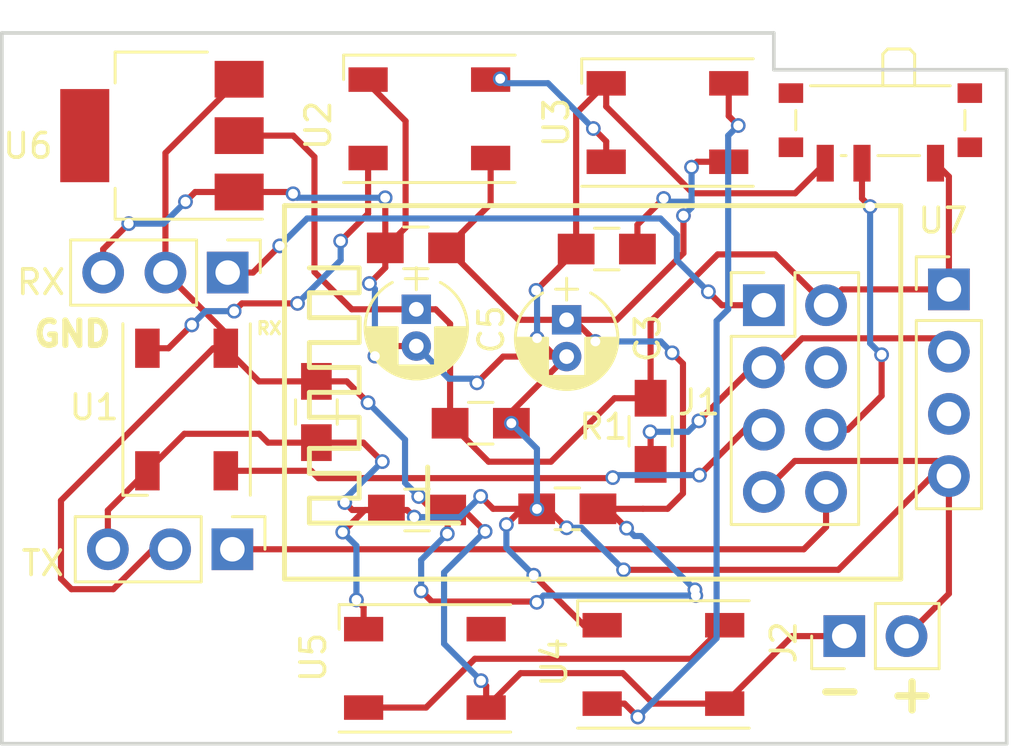
<source format=kicad_pcb>
(kicad_pcb (version 4) (host pcbnew 4.0.7)

  (general
    (links 49)
    (no_connects 0)
    (area 113.924999 56.924999 155.075001 86.075001)
    (thickness 1.6)
    (drawings 39)
    (tracks 302)
    (zones 0)
    (modules 21)
    (nets 16)
  )

  (page A4)
  (layers
    (0 F.Cu signal)
    (31 B.Cu signal)
    (32 B.Adhes user)
    (33 F.Adhes user)
    (34 B.Paste user)
    (35 F.Paste user)
    (36 B.SilkS user)
    (37 F.SilkS user)
    (38 B.Mask user)
    (39 F.Mask user)
    (40 Dwgs.User user)
    (41 Cmts.User user)
    (42 Eco1.User user)
    (43 Eco2.User user)
    (44 Edge.Cuts user)
    (45 Margin user)
    (46 B.CrtYd user)
    (47 F.CrtYd user)
    (48 B.Fab user)
    (49 F.Fab user)
  )

  (setup
    (last_trace_width 0.25)
    (trace_clearance 0.2)
    (zone_clearance 0.508)
    (zone_45_only no)
    (trace_min 0.2)
    (segment_width 0.2)
    (edge_width 0.15)
    (via_size 0.6)
    (via_drill 0.4)
    (via_min_size 0.4)
    (via_min_drill 0.3)
    (uvia_size 0.3)
    (uvia_drill 0.1)
    (uvias_allowed no)
    (uvia_min_size 0.2)
    (uvia_min_drill 0.1)
    (pcb_text_width 0.3)
    (pcb_text_size 1.5 1.5)
    (mod_edge_width 0.15)
    (mod_text_size 1 1)
    (mod_text_width 0.15)
    (pad_size 1.524 1.524)
    (pad_drill 0.762)
    (pad_to_mask_clearance 0.2)
    (aux_axis_origin 0 0)
    (visible_elements 7FFEFFFF)
    (pcbplotparams
      (layerselection 0x00030_80000001)
      (usegerberextensions false)
      (excludeedgelayer true)
      (linewidth 0.100000)
      (plotframeref false)
      (viasonmask false)
      (mode 1)
      (useauxorigin false)
      (hpglpennumber 1)
      (hpglpenspeed 20)
      (hpglpendiameter 15)
      (hpglpenoverlay 2)
      (psnegative false)
      (psa4output false)
      (plotreference true)
      (plotvalue true)
      (plotinvisibletext false)
      (padsonsilk false)
      (subtractmaskfromsilk false)
      (outputformat 1)
      (mirror false)
      (drillshape 1)
      (scaleselection 1)
      (outputdirectory ""))
  )

  (net 0 "")
  (net 1 +5V)
  (net 2 GND)
  (net 3 +3V3)
  (net 4 /RX)
  (net 5 /GPIO_0)
  (net 6 /GPIO_2)
  (net 7 /RESET)
  (net 8 /CH_PD)
  (net 9 /TX)
  (net 10 "Net-(U1-Pad2)")
  (net 11 "Net-(U2-Pad2)")
  (net 12 "Net-(U3-Pad2)")
  (net 13 "Net-(U4-Pad2)")
  (net 14 "Net-(U5-Pad2)")
  (net 15 "Net-(U7-Pad3)")

  (net_class Default "Esta es la clase de red por defecto."
    (clearance 0.2)
    (trace_width 0.25)
    (via_dia 0.6)
    (via_drill 0.4)
    (uvia_dia 0.3)
    (uvia_drill 0.1)
    (add_net +3V3)
    (add_net +5V)
    (add_net /CH_PD)
    (add_net /GPIO_0)
    (add_net /GPIO_2)
    (add_net /RESET)
    (add_net /RX)
    (add_net /TX)
    (add_net GND)
    (add_net "Net-(U1-Pad2)")
    (add_net "Net-(U2-Pad2)")
    (add_net "Net-(U3-Pad2)")
    (add_net "Net-(U4-Pad2)")
    (add_net "Net-(U5-Pad2)")
    (add_net "Net-(U7-Pad3)")
  )

  (module Pin_Headers:Pin_Header_Straight_2x04_Pitch2.54mm (layer F.Cu) (tedit 5AACF445) (tstamp 5AA3C8C5)
    (at 145.091196 68.108452)
    (descr "Through hole straight pin header, 2x04, 2.54mm pitch, double rows")
    (tags "Through hole pin header THT 2x04 2.54mm double row")
    (path /5AA3BB70)
    (fp_text reference J1 (at -2.647996 3.966588) (layer F.SilkS)
      (effects (font (size 1 1) (thickness 0.15)))
    )
    (fp_text value Conn_02x04_Top_Bottom (at 1.27 9.95) (layer F.Fab)
      (effects (font (size 1 1) (thickness 0.15)))
    )
    (fp_line (start 0 -1.27) (end 3.81 -1.27) (layer F.Fab) (width 0.1))
    (fp_line (start 3.81 -1.27) (end 3.81 8.89) (layer F.Fab) (width 0.1))
    (fp_line (start 3.81 8.89) (end -1.27 8.89) (layer F.Fab) (width 0.1))
    (fp_line (start -1.27 8.89) (end -1.27 0) (layer F.Fab) (width 0.1))
    (fp_line (start -1.27 0) (end 0 -1.27) (layer F.Fab) (width 0.1))
    (fp_line (start -1.33 8.95) (end 3.87 8.95) (layer F.SilkS) (width 0.12))
    (fp_line (start -1.33 1.27) (end -1.33 8.95) (layer F.SilkS) (width 0.12))
    (fp_line (start 3.87 -1.33) (end 3.87 8.95) (layer F.SilkS) (width 0.12))
    (fp_line (start -1.33 1.27) (end 1.27 1.27) (layer F.SilkS) (width 0.12))
    (fp_line (start 1.27 1.27) (end 1.27 -1.33) (layer F.SilkS) (width 0.12))
    (fp_line (start 1.27 -1.33) (end 3.87 -1.33) (layer F.SilkS) (width 0.12))
    (fp_line (start -1.33 0) (end -1.33 -1.33) (layer F.SilkS) (width 0.12))
    (fp_line (start -1.33 -1.33) (end 0 -1.33) (layer F.SilkS) (width 0.12))
    (fp_line (start -1.8 -1.8) (end -1.8 9.4) (layer F.CrtYd) (width 0.05))
    (fp_line (start -1.8 9.4) (end 4.35 9.4) (layer F.CrtYd) (width 0.05))
    (fp_line (start 4.35 9.4) (end 4.35 -1.8) (layer F.CrtYd) (width 0.05))
    (fp_line (start 4.35 -1.8) (end -1.8 -1.8) (layer F.CrtYd) (width 0.05))
    (fp_text user %R (at 1.27 3.81 90) (layer F.Fab)
      (effects (font (size 1 1) (thickness 0.15)))
    )
    (pad 1 thru_hole rect (at 0 0) (size 1.7 1.7) (drill 1) (layers *.Cu *.Mask)
      (net 4 /RX))
    (pad 5 thru_hole oval (at 2.54 0) (size 1.7 1.7) (drill 1) (layers *.Cu *.Mask)
      (net 3 +3V3))
    (pad 2 thru_hole oval (at 0 2.54) (size 1.7 1.7) (drill 1) (layers *.Cu *.Mask)
      (net 5 /GPIO_0))
    (pad 6 thru_hole oval (at 2.54 2.54) (size 1.7 1.7) (drill 1) (layers *.Cu *.Mask)
      (net 7 /RESET))
    (pad 3 thru_hole oval (at 0 5.08) (size 1.7 1.7) (drill 1) (layers *.Cu *.Mask)
      (net 6 /GPIO_2))
    (pad 7 thru_hole oval (at 2.54 5.08) (size 1.7 1.7) (drill 1) (layers *.Cu *.Mask)
      (net 8 /CH_PD))
    (pad 4 thru_hole oval (at 0 7.62) (size 1.7 1.7) (drill 1) (layers *.Cu *.Mask)
      (net 2 GND))
    (pad 8 thru_hole oval (at 2.54 7.62) (size 1.7 1.7) (drill 1) (layers *.Cu *.Mask)
      (net 9 /TX))
    (model ${KISYS3DMOD}/Pin_Headers.3dshapes/Pin_Header_Straight_2x04_Pitch2.54mm.wrl
      (at (xyz 0 0 0))
      (scale (xyz 1 1 1))
      (rotate (xyz 0 0 0))
    )
  )

  (module Capacitors_SMD:C_0805_HandSoldering (layer F.Cu) (tedit 5AACF563) (tstamp 5AA3C88F)
    (at 130.94208 76.46416 180)
    (descr "Capacitor SMD 0805, hand soldering")
    (tags "capacitor 0805")
    (path /5A9AA584)
    (attr smd)
    (fp_text reference "" (at 0 -1.75 180) (layer F.SilkS)
      (effects (font (size 1 1) (thickness 0.15)))
    )
    (fp_text value 100n (at 0 1.75 180) (layer F.Fab)
      (effects (font (size 1 1) (thickness 0.15)))
    )
    (fp_text user %R (at 0 -1.75 180) (layer F.Fab)
      (effects (font (size 1 1) (thickness 0.15)))
    )
    (fp_line (start -1 0.62) (end -1 -0.62) (layer F.Fab) (width 0.1))
    (fp_line (start 1 0.62) (end -1 0.62) (layer F.Fab) (width 0.1))
    (fp_line (start 1 -0.62) (end 1 0.62) (layer F.Fab) (width 0.1))
    (fp_line (start -1 -0.62) (end 1 -0.62) (layer F.Fab) (width 0.1))
    (fp_line (start 0.5 -0.85) (end -0.5 -0.85) (layer F.SilkS) (width 0.12))
    (fp_line (start -0.5 0.85) (end 0.5 0.85) (layer F.SilkS) (width 0.12))
    (fp_line (start -2.25 -0.88) (end 2.25 -0.88) (layer F.CrtYd) (width 0.05))
    (fp_line (start -2.25 -0.88) (end -2.25 0.87) (layer F.CrtYd) (width 0.05))
    (fp_line (start 2.25 0.87) (end 2.25 -0.88) (layer F.CrtYd) (width 0.05))
    (fp_line (start 2.25 0.87) (end -2.25 0.87) (layer F.CrtYd) (width 0.05))
    (pad 1 smd rect (at -1.25 0 180) (size 1.5 1.25) (layers F.Cu F.Paste F.Mask)
      (net 1 +5V))
    (pad 2 smd rect (at 1.25 0 180) (size 1.5 1.25) (layers F.Cu F.Paste F.Mask)
      (net 2 GND))
    (model Capacitors_SMD.3dshapes/C_0805.wrl
      (at (xyz 0 0 0))
      (scale (xyz 1 1 1))
      (rotate (xyz 0 0 0))
    )
  )

  (module Capacitors_SMD:C_0805_HandSoldering (layer F.Cu) (tedit 5AACF55E) (tstamp 5AA3C895)
    (at 137.07364 76.4159 180)
    (descr "Capacitor SMD 0805, hand soldering")
    (tags "capacitor 0805")
    (path /5A9AA7EF)
    (attr smd)
    (fp_text reference "" (at 0 -1.75 180) (layer F.SilkS)
      (effects (font (size 1 1) (thickness 0.15)))
    )
    (fp_text value 100n (at 0 1.75 180) (layer F.Fab)
      (effects (font (size 1 1) (thickness 0.15)))
    )
    (fp_text user %R (at 0 -1.75 180) (layer F.Fab)
      (effects (font (size 1 1) (thickness 0.15)))
    )
    (fp_line (start -1 0.62) (end -1 -0.62) (layer F.Fab) (width 0.1))
    (fp_line (start 1 0.62) (end -1 0.62) (layer F.Fab) (width 0.1))
    (fp_line (start 1 -0.62) (end 1 0.62) (layer F.Fab) (width 0.1))
    (fp_line (start -1 -0.62) (end 1 -0.62) (layer F.Fab) (width 0.1))
    (fp_line (start 0.5 -0.85) (end -0.5 -0.85) (layer F.SilkS) (width 0.12))
    (fp_line (start -0.5 0.85) (end 0.5 0.85) (layer F.SilkS) (width 0.12))
    (fp_line (start -2.25 -0.88) (end 2.25 -0.88) (layer F.CrtYd) (width 0.05))
    (fp_line (start -2.25 -0.88) (end -2.25 0.87) (layer F.CrtYd) (width 0.05))
    (fp_line (start 2.25 0.87) (end 2.25 -0.88) (layer F.CrtYd) (width 0.05))
    (fp_line (start 2.25 0.87) (end -2.25 0.87) (layer F.CrtYd) (width 0.05))
    (pad 1 smd rect (at -1.25 0 180) (size 1.5 1.25) (layers F.Cu F.Paste F.Mask)
      (net 1 +5V))
    (pad 2 smd rect (at 1.25 0 180) (size 1.5 1.25) (layers F.Cu F.Paste F.Mask)
      (net 2 GND))
    (model Capacitors_SMD.3dshapes/C_0805.wrl
      (at (xyz 0 0 0))
      (scale (xyz 1 1 1))
      (rotate (xyz 0 0 0))
    )
  )

  (module Capacitors_THT:CP_Radial_D4.0mm_P1.50mm (layer F.Cu) (tedit 597BC7C2) (tstamp 5AA3C89B)
    (at 137.0457 68.70446 270)
    (descr "CP, Radial series, Radial, pin pitch=1.50mm, , diameter=4mm, Electrolytic Capacitor")
    (tags "CP Radial series Radial pin pitch 1.50mm  diameter 4mm Electrolytic Capacitor")
    (path /5A9A88BB)
    (fp_text reference C3 (at 0.75 -3.31 270) (layer F.SilkS)
      (effects (font (size 1 1) (thickness 0.15)))
    )
    (fp_text value 10uF (at 0.75 3.31 270) (layer F.Fab)
      (effects (font (size 1 1) (thickness 0.15)))
    )
    (fp_arc (start 0.75 0) (end -1.095996 -0.98) (angle 124.1) (layer F.SilkS) (width 0.12))
    (fp_arc (start 0.75 0) (end -1.095996 0.98) (angle -124.1) (layer F.SilkS) (width 0.12))
    (fp_arc (start 0.75 0) (end 2.595996 -0.98) (angle 55.9) (layer F.SilkS) (width 0.12))
    (fp_circle (center 0.75 0) (end 2.75 0) (layer F.Fab) (width 0.1))
    (fp_line (start -1.7 0) (end -0.8 0) (layer F.Fab) (width 0.1))
    (fp_line (start -1.25 -0.45) (end -1.25 0.45) (layer F.Fab) (width 0.1))
    (fp_line (start 0.75 0.78) (end 0.75 2.05) (layer F.SilkS) (width 0.12))
    (fp_line (start 0.75 -2.05) (end 0.75 -0.78) (layer F.SilkS) (width 0.12))
    (fp_line (start 0.79 -2.05) (end 0.79 -0.78) (layer F.SilkS) (width 0.12))
    (fp_line (start 0.79 0.78) (end 0.79 2.05) (layer F.SilkS) (width 0.12))
    (fp_line (start 0.83 -2.049) (end 0.83 -0.78) (layer F.SilkS) (width 0.12))
    (fp_line (start 0.83 0.78) (end 0.83 2.049) (layer F.SilkS) (width 0.12))
    (fp_line (start 0.87 -2.047) (end 0.87 -0.78) (layer F.SilkS) (width 0.12))
    (fp_line (start 0.87 0.78) (end 0.87 2.047) (layer F.SilkS) (width 0.12))
    (fp_line (start 0.91 -2.044) (end 0.91 -0.78) (layer F.SilkS) (width 0.12))
    (fp_line (start 0.91 0.78) (end 0.91 2.044) (layer F.SilkS) (width 0.12))
    (fp_line (start 0.95 -2.041) (end 0.95 -0.78) (layer F.SilkS) (width 0.12))
    (fp_line (start 0.95 0.78) (end 0.95 2.041) (layer F.SilkS) (width 0.12))
    (fp_line (start 0.99 -2.037) (end 0.99 -0.78) (layer F.SilkS) (width 0.12))
    (fp_line (start 0.99 0.78) (end 0.99 2.037) (layer F.SilkS) (width 0.12))
    (fp_line (start 1.03 -2.032) (end 1.03 -0.78) (layer F.SilkS) (width 0.12))
    (fp_line (start 1.03 0.78) (end 1.03 2.032) (layer F.SilkS) (width 0.12))
    (fp_line (start 1.07 -2.026) (end 1.07 -0.78) (layer F.SilkS) (width 0.12))
    (fp_line (start 1.07 0.78) (end 1.07 2.026) (layer F.SilkS) (width 0.12))
    (fp_line (start 1.11 -2.019) (end 1.11 -0.78) (layer F.SilkS) (width 0.12))
    (fp_line (start 1.11 0.78) (end 1.11 2.019) (layer F.SilkS) (width 0.12))
    (fp_line (start 1.15 -2.012) (end 1.15 -0.78) (layer F.SilkS) (width 0.12))
    (fp_line (start 1.15 0.78) (end 1.15 2.012) (layer F.SilkS) (width 0.12))
    (fp_line (start 1.19 -2.004) (end 1.19 -0.78) (layer F.SilkS) (width 0.12))
    (fp_line (start 1.19 0.78) (end 1.19 2.004) (layer F.SilkS) (width 0.12))
    (fp_line (start 1.23 -1.995) (end 1.23 -0.78) (layer F.SilkS) (width 0.12))
    (fp_line (start 1.23 0.78) (end 1.23 1.995) (layer F.SilkS) (width 0.12))
    (fp_line (start 1.27 -1.985) (end 1.27 -0.78) (layer F.SilkS) (width 0.12))
    (fp_line (start 1.27 0.78) (end 1.27 1.985) (layer F.SilkS) (width 0.12))
    (fp_line (start 1.31 -1.974) (end 1.31 -0.78) (layer F.SilkS) (width 0.12))
    (fp_line (start 1.31 0.78) (end 1.31 1.974) (layer F.SilkS) (width 0.12))
    (fp_line (start 1.35 -1.963) (end 1.35 -0.78) (layer F.SilkS) (width 0.12))
    (fp_line (start 1.35 0.78) (end 1.35 1.963) (layer F.SilkS) (width 0.12))
    (fp_line (start 1.39 -1.95) (end 1.39 -0.78) (layer F.SilkS) (width 0.12))
    (fp_line (start 1.39 0.78) (end 1.39 1.95) (layer F.SilkS) (width 0.12))
    (fp_line (start 1.43 -1.937) (end 1.43 -0.78) (layer F.SilkS) (width 0.12))
    (fp_line (start 1.43 0.78) (end 1.43 1.937) (layer F.SilkS) (width 0.12))
    (fp_line (start 1.471 -1.923) (end 1.471 -0.78) (layer F.SilkS) (width 0.12))
    (fp_line (start 1.471 0.78) (end 1.471 1.923) (layer F.SilkS) (width 0.12))
    (fp_line (start 1.511 -1.907) (end 1.511 -0.78) (layer F.SilkS) (width 0.12))
    (fp_line (start 1.511 0.78) (end 1.511 1.907) (layer F.SilkS) (width 0.12))
    (fp_line (start 1.551 -1.891) (end 1.551 -0.78) (layer F.SilkS) (width 0.12))
    (fp_line (start 1.551 0.78) (end 1.551 1.891) (layer F.SilkS) (width 0.12))
    (fp_line (start 1.591 -1.874) (end 1.591 -0.78) (layer F.SilkS) (width 0.12))
    (fp_line (start 1.591 0.78) (end 1.591 1.874) (layer F.SilkS) (width 0.12))
    (fp_line (start 1.631 -1.856) (end 1.631 -0.78) (layer F.SilkS) (width 0.12))
    (fp_line (start 1.631 0.78) (end 1.631 1.856) (layer F.SilkS) (width 0.12))
    (fp_line (start 1.671 -1.837) (end 1.671 -0.78) (layer F.SilkS) (width 0.12))
    (fp_line (start 1.671 0.78) (end 1.671 1.837) (layer F.SilkS) (width 0.12))
    (fp_line (start 1.711 -1.817) (end 1.711 -0.78) (layer F.SilkS) (width 0.12))
    (fp_line (start 1.711 0.78) (end 1.711 1.817) (layer F.SilkS) (width 0.12))
    (fp_line (start 1.751 -1.796) (end 1.751 -0.78) (layer F.SilkS) (width 0.12))
    (fp_line (start 1.751 0.78) (end 1.751 1.796) (layer F.SilkS) (width 0.12))
    (fp_line (start 1.791 -1.773) (end 1.791 -0.78) (layer F.SilkS) (width 0.12))
    (fp_line (start 1.791 0.78) (end 1.791 1.773) (layer F.SilkS) (width 0.12))
    (fp_line (start 1.831 -1.75) (end 1.831 -0.78) (layer F.SilkS) (width 0.12))
    (fp_line (start 1.831 0.78) (end 1.831 1.75) (layer F.SilkS) (width 0.12))
    (fp_line (start 1.871 -1.725) (end 1.871 -0.78) (layer F.SilkS) (width 0.12))
    (fp_line (start 1.871 0.78) (end 1.871 1.725) (layer F.SilkS) (width 0.12))
    (fp_line (start 1.911 -1.699) (end 1.911 -0.78) (layer F.SilkS) (width 0.12))
    (fp_line (start 1.911 0.78) (end 1.911 1.699) (layer F.SilkS) (width 0.12))
    (fp_line (start 1.951 -1.672) (end 1.951 -0.78) (layer F.SilkS) (width 0.12))
    (fp_line (start 1.951 0.78) (end 1.951 1.672) (layer F.SilkS) (width 0.12))
    (fp_line (start 1.991 -1.643) (end 1.991 -0.78) (layer F.SilkS) (width 0.12))
    (fp_line (start 1.991 0.78) (end 1.991 1.643) (layer F.SilkS) (width 0.12))
    (fp_line (start 2.031 -1.613) (end 2.031 -0.78) (layer F.SilkS) (width 0.12))
    (fp_line (start 2.031 0.78) (end 2.031 1.613) (layer F.SilkS) (width 0.12))
    (fp_line (start 2.071 -1.581) (end 2.071 -0.78) (layer F.SilkS) (width 0.12))
    (fp_line (start 2.071 0.78) (end 2.071 1.581) (layer F.SilkS) (width 0.12))
    (fp_line (start 2.111 -1.547) (end 2.111 -0.78) (layer F.SilkS) (width 0.12))
    (fp_line (start 2.111 0.78) (end 2.111 1.547) (layer F.SilkS) (width 0.12))
    (fp_line (start 2.151 -1.512) (end 2.151 -0.78) (layer F.SilkS) (width 0.12))
    (fp_line (start 2.151 0.78) (end 2.151 1.512) (layer F.SilkS) (width 0.12))
    (fp_line (start 2.191 -1.475) (end 2.191 -0.78) (layer F.SilkS) (width 0.12))
    (fp_line (start 2.191 0.78) (end 2.191 1.475) (layer F.SilkS) (width 0.12))
    (fp_line (start 2.231 -1.436) (end 2.231 -0.78) (layer F.SilkS) (width 0.12))
    (fp_line (start 2.231 0.78) (end 2.231 1.436) (layer F.SilkS) (width 0.12))
    (fp_line (start 2.271 -1.395) (end 2.271 -0.78) (layer F.SilkS) (width 0.12))
    (fp_line (start 2.271 0.78) (end 2.271 1.395) (layer F.SilkS) (width 0.12))
    (fp_line (start 2.311 -1.351) (end 2.311 1.351) (layer F.SilkS) (width 0.12))
    (fp_line (start 2.351 -1.305) (end 2.351 1.305) (layer F.SilkS) (width 0.12))
    (fp_line (start 2.391 -1.256) (end 2.391 1.256) (layer F.SilkS) (width 0.12))
    (fp_line (start 2.431 -1.204) (end 2.431 1.204) (layer F.SilkS) (width 0.12))
    (fp_line (start 2.471 -1.148) (end 2.471 1.148) (layer F.SilkS) (width 0.12))
    (fp_line (start 2.511 -1.088) (end 2.511 1.088) (layer F.SilkS) (width 0.12))
    (fp_line (start 2.551 -1.023) (end 2.551 1.023) (layer F.SilkS) (width 0.12))
    (fp_line (start 2.591 -0.952) (end 2.591 0.952) (layer F.SilkS) (width 0.12))
    (fp_line (start 2.631 -0.874) (end 2.631 0.874) (layer F.SilkS) (width 0.12))
    (fp_line (start 2.671 -0.786) (end 2.671 0.786) (layer F.SilkS) (width 0.12))
    (fp_line (start 2.711 -0.686) (end 2.711 0.686) (layer F.SilkS) (width 0.12))
    (fp_line (start 2.751 -0.567) (end 2.751 0.567) (layer F.SilkS) (width 0.12))
    (fp_line (start 2.791 -0.415) (end 2.791 0.415) (layer F.SilkS) (width 0.12))
    (fp_line (start 2.831 -0.165) (end 2.831 0.165) (layer F.SilkS) (width 0.12))
    (fp_line (start -1.7 0) (end -0.8 0) (layer F.SilkS) (width 0.12))
    (fp_line (start -1.25 -0.45) (end -1.25 0.45) (layer F.SilkS) (width 0.12))
    (fp_line (start -1.6 -2.35) (end -1.6 2.35) (layer F.CrtYd) (width 0.05))
    (fp_line (start -1.6 2.35) (end 3.1 2.35) (layer F.CrtYd) (width 0.05))
    (fp_line (start 3.1 2.35) (end 3.1 -2.35) (layer F.CrtYd) (width 0.05))
    (fp_line (start 3.1 -2.35) (end -1.6 -2.35) (layer F.CrtYd) (width 0.05))
    (fp_text user %R (at 0.75 0 270) (layer F.Fab)
      (effects (font (size 1 1) (thickness 0.15)))
    )
    (pad 1 thru_hole rect (at 0 0 270) (size 1.2 1.2) (drill 0.6) (layers *.Cu *.Mask)
      (net 1 +5V))
    (pad 2 thru_hole circle (at 1.5 0 270) (size 1.2 1.2) (drill 0.6) (layers *.Cu *.Mask)
      (net 2 GND))
    (model ${KISYS3DMOD}/Capacitors_THT.3dshapes/CP_Radial_D4.0mm_P1.50mm.wrl
      (at (xyz 0 0 0))
      (scale (xyz 1 1 1))
      (rotate (xyz 0 0 0))
    )
  )

  (module Capacitors_SMD:C_0805_HandSoldering (layer F.Cu) (tedit 5AACF543) (tstamp 5AA3C8A1)
    (at 138.684 65.81648 180)
    (descr "Capacitor SMD 0805, hand soldering")
    (tags "capacitor 0805")
    (path /5A9AAD5D)
    (attr smd)
    (fp_text reference "" (at 0 -1.75 180) (layer F.SilkS)
      (effects (font (size 1 1) (thickness 0.15)))
    )
    (fp_text value 100n (at 0 1.75 180) (layer F.Fab)
      (effects (font (size 1 1) (thickness 0.15)))
    )
    (fp_text user %R (at 0 -1.75 180) (layer F.Fab)
      (effects (font (size 1 1) (thickness 0.15)))
    )
    (fp_line (start -1 0.62) (end -1 -0.62) (layer F.Fab) (width 0.1))
    (fp_line (start 1 0.62) (end -1 0.62) (layer F.Fab) (width 0.1))
    (fp_line (start 1 -0.62) (end 1 0.62) (layer F.Fab) (width 0.1))
    (fp_line (start -1 -0.62) (end 1 -0.62) (layer F.Fab) (width 0.1))
    (fp_line (start 0.5 -0.85) (end -0.5 -0.85) (layer F.SilkS) (width 0.12))
    (fp_line (start -0.5 0.85) (end 0.5 0.85) (layer F.SilkS) (width 0.12))
    (fp_line (start -2.25 -0.88) (end 2.25 -0.88) (layer F.CrtYd) (width 0.05))
    (fp_line (start -2.25 -0.88) (end -2.25 0.87) (layer F.CrtYd) (width 0.05))
    (fp_line (start 2.25 0.87) (end 2.25 -0.88) (layer F.CrtYd) (width 0.05))
    (fp_line (start 2.25 0.87) (end -2.25 0.87) (layer F.CrtYd) (width 0.05))
    (pad 1 smd rect (at -1.25 0 180) (size 1.5 1.25) (layers F.Cu F.Paste F.Mask)
      (net 1 +5V))
    (pad 2 smd rect (at 1.25 0 180) (size 1.5 1.25) (layers F.Cu F.Paste F.Mask)
      (net 2 GND))
    (model Capacitors_SMD.3dshapes/C_0805.wrl
      (at (xyz 0 0 0))
      (scale (xyz 1 1 1))
      (rotate (xyz 0 0 0))
    )
  )

  (module Capacitors_THT:CP_Radial_D4.0mm_P1.50mm (layer F.Cu) (tedit 5AACF52F) (tstamp 5AA3C8A7)
    (at 130.9116 68.2752 270)
    (descr "CP, Radial series, Radial, pin pitch=1.50mm, , diameter=4mm, Electrolytic Capacitor")
    (tags "CP Radial series Radial pin pitch 1.50mm  diameter 4mm Electrolytic Capacitor")
    (path /5A9A88DA)
    (fp_text reference C5 (at 0.82042 -3.0607 270) (layer F.SilkS)
      (effects (font (size 1 1) (thickness 0.15)))
    )
    (fp_text value 22uF (at 0.75 3.31 270) (layer F.Fab)
      (effects (font (size 1 1) (thickness 0.15)))
    )
    (fp_arc (start 0.75 0) (end -1.095996 -0.98) (angle 124.1) (layer F.SilkS) (width 0.12))
    (fp_arc (start 0.75 0) (end -1.095996 0.98) (angle -124.1) (layer F.SilkS) (width 0.12))
    (fp_arc (start 0.75 0) (end 2.595996 -0.98) (angle 55.9) (layer F.SilkS) (width 0.12))
    (fp_circle (center 0.75 0) (end 2.75 0) (layer F.Fab) (width 0.1))
    (fp_line (start -1.7 0) (end -0.8 0) (layer F.Fab) (width 0.1))
    (fp_line (start -1.25 -0.45) (end -1.25 0.45) (layer F.Fab) (width 0.1))
    (fp_line (start 0.75 0.78) (end 0.75 2.05) (layer F.SilkS) (width 0.12))
    (fp_line (start 0.75 -2.05) (end 0.75 -0.78) (layer F.SilkS) (width 0.12))
    (fp_line (start 0.79 -2.05) (end 0.79 -0.78) (layer F.SilkS) (width 0.12))
    (fp_line (start 0.79 0.78) (end 0.79 2.05) (layer F.SilkS) (width 0.12))
    (fp_line (start 0.83 -2.049) (end 0.83 -0.78) (layer F.SilkS) (width 0.12))
    (fp_line (start 0.83 0.78) (end 0.83 2.049) (layer F.SilkS) (width 0.12))
    (fp_line (start 0.87 -2.047) (end 0.87 -0.78) (layer F.SilkS) (width 0.12))
    (fp_line (start 0.87 0.78) (end 0.87 2.047) (layer F.SilkS) (width 0.12))
    (fp_line (start 0.91 -2.044) (end 0.91 -0.78) (layer F.SilkS) (width 0.12))
    (fp_line (start 0.91 0.78) (end 0.91 2.044) (layer F.SilkS) (width 0.12))
    (fp_line (start 0.95 -2.041) (end 0.95 -0.78) (layer F.SilkS) (width 0.12))
    (fp_line (start 0.95 0.78) (end 0.95 2.041) (layer F.SilkS) (width 0.12))
    (fp_line (start 0.99 -2.037) (end 0.99 -0.78) (layer F.SilkS) (width 0.12))
    (fp_line (start 0.99 0.78) (end 0.99 2.037) (layer F.SilkS) (width 0.12))
    (fp_line (start 1.03 -2.032) (end 1.03 -0.78) (layer F.SilkS) (width 0.12))
    (fp_line (start 1.03 0.78) (end 1.03 2.032) (layer F.SilkS) (width 0.12))
    (fp_line (start 1.07 -2.026) (end 1.07 -0.78) (layer F.SilkS) (width 0.12))
    (fp_line (start 1.07 0.78) (end 1.07 2.026) (layer F.SilkS) (width 0.12))
    (fp_line (start 1.11 -2.019) (end 1.11 -0.78) (layer F.SilkS) (width 0.12))
    (fp_line (start 1.11 0.78) (end 1.11 2.019) (layer F.SilkS) (width 0.12))
    (fp_line (start 1.15 -2.012) (end 1.15 -0.78) (layer F.SilkS) (width 0.12))
    (fp_line (start 1.15 0.78) (end 1.15 2.012) (layer F.SilkS) (width 0.12))
    (fp_line (start 1.19 -2.004) (end 1.19 -0.78) (layer F.SilkS) (width 0.12))
    (fp_line (start 1.19 0.78) (end 1.19 2.004) (layer F.SilkS) (width 0.12))
    (fp_line (start 1.23 -1.995) (end 1.23 -0.78) (layer F.SilkS) (width 0.12))
    (fp_line (start 1.23 0.78) (end 1.23 1.995) (layer F.SilkS) (width 0.12))
    (fp_line (start 1.27 -1.985) (end 1.27 -0.78) (layer F.SilkS) (width 0.12))
    (fp_line (start 1.27 0.78) (end 1.27 1.985) (layer F.SilkS) (width 0.12))
    (fp_line (start 1.31 -1.974) (end 1.31 -0.78) (layer F.SilkS) (width 0.12))
    (fp_line (start 1.31 0.78) (end 1.31 1.974) (layer F.SilkS) (width 0.12))
    (fp_line (start 1.35 -1.963) (end 1.35 -0.78) (layer F.SilkS) (width 0.12))
    (fp_line (start 1.35 0.78) (end 1.35 1.963) (layer F.SilkS) (width 0.12))
    (fp_line (start 1.39 -1.95) (end 1.39 -0.78) (layer F.SilkS) (width 0.12))
    (fp_line (start 1.39 0.78) (end 1.39 1.95) (layer F.SilkS) (width 0.12))
    (fp_line (start 1.43 -1.937) (end 1.43 -0.78) (layer F.SilkS) (width 0.12))
    (fp_line (start 1.43 0.78) (end 1.43 1.937) (layer F.SilkS) (width 0.12))
    (fp_line (start 1.471 -1.923) (end 1.471 -0.78) (layer F.SilkS) (width 0.12))
    (fp_line (start 1.471 0.78) (end 1.471 1.923) (layer F.SilkS) (width 0.12))
    (fp_line (start 1.511 -1.907) (end 1.511 -0.78) (layer F.SilkS) (width 0.12))
    (fp_line (start 1.511 0.78) (end 1.511 1.907) (layer F.SilkS) (width 0.12))
    (fp_line (start 1.551 -1.891) (end 1.551 -0.78) (layer F.SilkS) (width 0.12))
    (fp_line (start 1.551 0.78) (end 1.551 1.891) (layer F.SilkS) (width 0.12))
    (fp_line (start 1.591 -1.874) (end 1.591 -0.78) (layer F.SilkS) (width 0.12))
    (fp_line (start 1.591 0.78) (end 1.591 1.874) (layer F.SilkS) (width 0.12))
    (fp_line (start 1.631 -1.856) (end 1.631 -0.78) (layer F.SilkS) (width 0.12))
    (fp_line (start 1.631 0.78) (end 1.631 1.856) (layer F.SilkS) (width 0.12))
    (fp_line (start 1.671 -1.837) (end 1.671 -0.78) (layer F.SilkS) (width 0.12))
    (fp_line (start 1.671 0.78) (end 1.671 1.837) (layer F.SilkS) (width 0.12))
    (fp_line (start 1.711 -1.817) (end 1.711 -0.78) (layer F.SilkS) (width 0.12))
    (fp_line (start 1.711 0.78) (end 1.711 1.817) (layer F.SilkS) (width 0.12))
    (fp_line (start 1.751 -1.796) (end 1.751 -0.78) (layer F.SilkS) (width 0.12))
    (fp_line (start 1.751 0.78) (end 1.751 1.796) (layer F.SilkS) (width 0.12))
    (fp_line (start 1.791 -1.773) (end 1.791 -0.78) (layer F.SilkS) (width 0.12))
    (fp_line (start 1.791 0.78) (end 1.791 1.773) (layer F.SilkS) (width 0.12))
    (fp_line (start 1.831 -1.75) (end 1.831 -0.78) (layer F.SilkS) (width 0.12))
    (fp_line (start 1.831 0.78) (end 1.831 1.75) (layer F.SilkS) (width 0.12))
    (fp_line (start 1.871 -1.725) (end 1.871 -0.78) (layer F.SilkS) (width 0.12))
    (fp_line (start 1.871 0.78) (end 1.871 1.725) (layer F.SilkS) (width 0.12))
    (fp_line (start 1.911 -1.699) (end 1.911 -0.78) (layer F.SilkS) (width 0.12))
    (fp_line (start 1.911 0.78) (end 1.911 1.699) (layer F.SilkS) (width 0.12))
    (fp_line (start 1.951 -1.672) (end 1.951 -0.78) (layer F.SilkS) (width 0.12))
    (fp_line (start 1.951 0.78) (end 1.951 1.672) (layer F.SilkS) (width 0.12))
    (fp_line (start 1.991 -1.643) (end 1.991 -0.78) (layer F.SilkS) (width 0.12))
    (fp_line (start 1.991 0.78) (end 1.991 1.643) (layer F.SilkS) (width 0.12))
    (fp_line (start 2.031 -1.613) (end 2.031 -0.78) (layer F.SilkS) (width 0.12))
    (fp_line (start 2.031 0.78) (end 2.031 1.613) (layer F.SilkS) (width 0.12))
    (fp_line (start 2.071 -1.581) (end 2.071 -0.78) (layer F.SilkS) (width 0.12))
    (fp_line (start 2.071 0.78) (end 2.071 1.581) (layer F.SilkS) (width 0.12))
    (fp_line (start 2.111 -1.547) (end 2.111 -0.78) (layer F.SilkS) (width 0.12))
    (fp_line (start 2.111 0.78) (end 2.111 1.547) (layer F.SilkS) (width 0.12))
    (fp_line (start 2.151 -1.512) (end 2.151 -0.78) (layer F.SilkS) (width 0.12))
    (fp_line (start 2.151 0.78) (end 2.151 1.512) (layer F.SilkS) (width 0.12))
    (fp_line (start 2.191 -1.475) (end 2.191 -0.78) (layer F.SilkS) (width 0.12))
    (fp_line (start 2.191 0.78) (end 2.191 1.475) (layer F.SilkS) (width 0.12))
    (fp_line (start 2.231 -1.436) (end 2.231 -0.78) (layer F.SilkS) (width 0.12))
    (fp_line (start 2.231 0.78) (end 2.231 1.436) (layer F.SilkS) (width 0.12))
    (fp_line (start 2.271 -1.395) (end 2.271 -0.78) (layer F.SilkS) (width 0.12))
    (fp_line (start 2.271 0.78) (end 2.271 1.395) (layer F.SilkS) (width 0.12))
    (fp_line (start 2.311 -1.351) (end 2.311 1.351) (layer F.SilkS) (width 0.12))
    (fp_line (start 2.351 -1.305) (end 2.351 1.305) (layer F.SilkS) (width 0.12))
    (fp_line (start 2.391 -1.256) (end 2.391 1.256) (layer F.SilkS) (width 0.12))
    (fp_line (start 2.431 -1.204) (end 2.431 1.204) (layer F.SilkS) (width 0.12))
    (fp_line (start 2.471 -1.148) (end 2.471 1.148) (layer F.SilkS) (width 0.12))
    (fp_line (start 2.511 -1.088) (end 2.511 1.088) (layer F.SilkS) (width 0.12))
    (fp_line (start 2.551 -1.023) (end 2.551 1.023) (layer F.SilkS) (width 0.12))
    (fp_line (start 2.591 -0.952) (end 2.591 0.952) (layer F.SilkS) (width 0.12))
    (fp_line (start 2.631 -0.874) (end 2.631 0.874) (layer F.SilkS) (width 0.12))
    (fp_line (start 2.671 -0.786) (end 2.671 0.786) (layer F.SilkS) (width 0.12))
    (fp_line (start 2.711 -0.686) (end 2.711 0.686) (layer F.SilkS) (width 0.12))
    (fp_line (start 2.751 -0.567) (end 2.751 0.567) (layer F.SilkS) (width 0.12))
    (fp_line (start 2.791 -0.415) (end 2.791 0.415) (layer F.SilkS) (width 0.12))
    (fp_line (start 2.831 -0.165) (end 2.831 0.165) (layer F.SilkS) (width 0.12))
    (fp_line (start -1.7 0) (end -0.8 0) (layer F.SilkS) (width 0.12))
    (fp_line (start -1.25 -0.45) (end -1.25 0.45) (layer F.SilkS) (width 0.12))
    (fp_line (start -1.6 -2.35) (end -1.6 2.35) (layer F.CrtYd) (width 0.05))
    (fp_line (start -1.6 2.35) (end 3.1 2.35) (layer F.CrtYd) (width 0.05))
    (fp_line (start 3.1 2.35) (end 3.1 -2.35) (layer F.CrtYd) (width 0.05))
    (fp_line (start 3.1 -2.35) (end -1.6 -2.35) (layer F.CrtYd) (width 0.05))
    (fp_text user %R (at 0.75 0 270) (layer F.Fab)
      (effects (font (size 1 1) (thickness 0.15)))
    )
    (pad 1 thru_hole rect (at 0 0 270) (size 1.2 1.2) (drill 0.6) (layers *.Cu *.Mask)
      (net 3 +3V3))
    (pad 2 thru_hole circle (at 1.5 0 270) (size 1.2 1.2) (drill 0.6) (layers *.Cu *.Mask)
      (net 2 GND))
    (model ${KISYS3DMOD}/Capacitors_THT.3dshapes/CP_Radial_D4.0mm_P1.50mm.wrl
      (at (xyz 0 0 0))
      (scale (xyz 1 1 1))
      (rotate (xyz 0 0 0))
    )
  )

  (module Capacitors_SMD:C_0805_HandSoldering (layer F.Cu) (tedit 5AACF54D) (tstamp 5AA3C8AD)
    (at 133.5405 72.9234)
    (descr "Capacitor SMD 0805, hand soldering")
    (tags "capacitor 0805")
    (path /5A9A8912)
    (attr smd)
    (fp_text reference "" (at 0 -1.75) (layer F.SilkS)
      (effects (font (size 1 1) (thickness 0.15)))
    )
    (fp_text value 100n (at 0 1.75) (layer F.Fab)
      (effects (font (size 1 1) (thickness 0.15)))
    )
    (fp_text user %R (at 0 -1.75) (layer F.Fab)
      (effects (font (size 1 1) (thickness 0.15)))
    )
    (fp_line (start -1 0.62) (end -1 -0.62) (layer F.Fab) (width 0.1))
    (fp_line (start 1 0.62) (end -1 0.62) (layer F.Fab) (width 0.1))
    (fp_line (start 1 -0.62) (end 1 0.62) (layer F.Fab) (width 0.1))
    (fp_line (start -1 -0.62) (end 1 -0.62) (layer F.Fab) (width 0.1))
    (fp_line (start 0.5 -0.85) (end -0.5 -0.85) (layer F.SilkS) (width 0.12))
    (fp_line (start -0.5 0.85) (end 0.5 0.85) (layer F.SilkS) (width 0.12))
    (fp_line (start -2.25 -0.88) (end 2.25 -0.88) (layer F.CrtYd) (width 0.05))
    (fp_line (start -2.25 -0.88) (end -2.25 0.87) (layer F.CrtYd) (width 0.05))
    (fp_line (start 2.25 0.87) (end 2.25 -0.88) (layer F.CrtYd) (width 0.05))
    (fp_line (start 2.25 0.87) (end -2.25 0.87) (layer F.CrtYd) (width 0.05))
    (pad 1 smd rect (at -1.25 0) (size 1.5 1.25) (layers F.Cu F.Paste F.Mask)
      (net 3 +3V3))
    (pad 2 smd rect (at 1.25 0) (size 1.5 1.25) (layers F.Cu F.Paste F.Mask)
      (net 2 GND))
    (model Capacitors_SMD.3dshapes/C_0805.wrl
      (at (xyz 0 0 0))
      (scale (xyz 1 1 1))
      (rotate (xyz 0 0 0))
    )
  )

  (module Capacitors_SMD:C_0805_HandSoldering (layer F.Cu) (tedit 5AACF56B) (tstamp 5AA3C8B3)
    (at 130.89636 65.76822 180)
    (descr "Capacitor SMD 0805, hand soldering")
    (tags "capacitor 0805")
    (path /5A9AAF3E)
    (attr smd)
    (fp_text reference "" (at 0 -1.75 180) (layer F.SilkS)
      (effects (font (size 1 1) (thickness 0.15)))
    )
    (fp_text value 100n (at 0 1.75 180) (layer F.Fab)
      (effects (font (size 1 1) (thickness 0.15)))
    )
    (fp_text user %R (at 0 -1.75 180) (layer F.Fab)
      (effects (font (size 1 1) (thickness 0.15)))
    )
    (fp_line (start -1 0.62) (end -1 -0.62) (layer F.Fab) (width 0.1))
    (fp_line (start 1 0.62) (end -1 0.62) (layer F.Fab) (width 0.1))
    (fp_line (start 1 -0.62) (end 1 0.62) (layer F.Fab) (width 0.1))
    (fp_line (start -1 -0.62) (end 1 -0.62) (layer F.Fab) (width 0.1))
    (fp_line (start 0.5 -0.85) (end -0.5 -0.85) (layer F.SilkS) (width 0.12))
    (fp_line (start -0.5 0.85) (end 0.5 0.85) (layer F.SilkS) (width 0.12))
    (fp_line (start -2.25 -0.88) (end 2.25 -0.88) (layer F.CrtYd) (width 0.05))
    (fp_line (start -2.25 -0.88) (end -2.25 0.87) (layer F.CrtYd) (width 0.05))
    (fp_line (start 2.25 0.87) (end 2.25 -0.88) (layer F.CrtYd) (width 0.05))
    (fp_line (start 2.25 0.87) (end -2.25 0.87) (layer F.CrtYd) (width 0.05))
    (pad 1 smd rect (at -1.25 0 180) (size 1.5 1.25) (layers F.Cu F.Paste F.Mask)
      (net 1 +5V))
    (pad 2 smd rect (at 1.25 0 180) (size 1.5 1.25) (layers F.Cu F.Paste F.Mask)
      (net 2 GND))
    (model Capacitors_SMD.3dshapes/C_0805.wrl
      (at (xyz 0 0 0))
      (scale (xyz 1 1 1))
      (rotate (xyz 0 0 0))
    )
  )

  (module Capacitors_SMD:C_0805_HandSoldering (layer F.Cu) (tedit 5AACF556) (tstamp 5AA3C8B9)
    (at 126.8349 72.4662 270)
    (descr "Capacitor SMD 0805, hand soldering")
    (tags "capacitor 0805")
    (path /5A9AB24E)
    (attr smd)
    (fp_text reference "" (at 0 -1.75 270) (layer F.SilkS)
      (effects (font (size 1 1) (thickness 0.15)))
    )
    (fp_text value 100n (at 0 1.75 270) (layer F.Fab)
      (effects (font (size 1 1) (thickness 0.15)))
    )
    (fp_text user %R (at 0 -1.75 270) (layer F.Fab)
      (effects (font (size 1 1) (thickness 0.15)))
    )
    (fp_line (start -1 0.62) (end -1 -0.62) (layer F.Fab) (width 0.1))
    (fp_line (start 1 0.62) (end -1 0.62) (layer F.Fab) (width 0.1))
    (fp_line (start 1 -0.62) (end 1 0.62) (layer F.Fab) (width 0.1))
    (fp_line (start -1 -0.62) (end 1 -0.62) (layer F.Fab) (width 0.1))
    (fp_line (start 0.5 -0.85) (end -0.5 -0.85) (layer F.SilkS) (width 0.12))
    (fp_line (start -0.5 0.85) (end 0.5 0.85) (layer F.SilkS) (width 0.12))
    (fp_line (start -2.25 -0.88) (end 2.25 -0.88) (layer F.CrtYd) (width 0.05))
    (fp_line (start -2.25 -0.88) (end -2.25 0.87) (layer F.CrtYd) (width 0.05))
    (fp_line (start 2.25 0.87) (end 2.25 -0.88) (layer F.CrtYd) (width 0.05))
    (fp_line (start 2.25 0.87) (end -2.25 0.87) (layer F.CrtYd) (width 0.05))
    (pad 1 smd rect (at -1.25 0 270) (size 1.5 1.25) (layers F.Cu F.Paste F.Mask)
      (net 1 +5V))
    (pad 2 smd rect (at 1.25 0 270) (size 1.5 1.25) (layers F.Cu F.Paste F.Mask)
      (net 2 GND))
    (model Capacitors_SMD.3dshapes/C_0805.wrl
      (at (xyz 0 0 0))
      (scale (xyz 1 1 1))
      (rotate (xyz 0 0 0))
    )
  )

  (module Pin_Headers:Pin_Header_Straight_1x02_Pitch2.54mm (layer F.Cu) (tedit 5AACF50D) (tstamp 5AA3C8CB)
    (at 148.3741 81.6102 90)
    (descr "Through hole straight pin header, 1x02, 2.54mm pitch, single row")
    (tags "Through hole pin header THT 1x02 2.54mm single row")
    (path /5AA4527E)
    (fp_text reference J2 (at -0.254 -2.47142 270) (layer F.SilkS)
      (effects (font (size 1 1) (thickness 0.15)))
    )
    (fp_text value Conn_01x02 (at 0 4.87 90) (layer F.Fab)
      (effects (font (size 1 1) (thickness 0.15)))
    )
    (fp_line (start -0.635 -1.27) (end 1.27 -1.27) (layer F.Fab) (width 0.1))
    (fp_line (start 1.27 -1.27) (end 1.27 3.81) (layer F.Fab) (width 0.1))
    (fp_line (start 1.27 3.81) (end -1.27 3.81) (layer F.Fab) (width 0.1))
    (fp_line (start -1.27 3.81) (end -1.27 -0.635) (layer F.Fab) (width 0.1))
    (fp_line (start -1.27 -0.635) (end -0.635 -1.27) (layer F.Fab) (width 0.1))
    (fp_line (start -1.33 3.87) (end 1.33 3.87) (layer F.SilkS) (width 0.12))
    (fp_line (start -1.33 1.27) (end -1.33 3.87) (layer F.SilkS) (width 0.12))
    (fp_line (start 1.33 1.27) (end 1.33 3.87) (layer F.SilkS) (width 0.12))
    (fp_line (start -1.33 1.27) (end 1.33 1.27) (layer F.SilkS) (width 0.12))
    (fp_line (start -1.33 0) (end -1.33 -1.33) (layer F.SilkS) (width 0.12))
    (fp_line (start -1.33 -1.33) (end 0 -1.33) (layer F.SilkS) (width 0.12))
    (fp_line (start -1.8 -1.8) (end -1.8 4.35) (layer F.CrtYd) (width 0.05))
    (fp_line (start -1.8 4.35) (end 1.8 4.35) (layer F.CrtYd) (width 0.05))
    (fp_line (start 1.8 4.35) (end 1.8 -1.8) (layer F.CrtYd) (width 0.05))
    (fp_line (start 1.8 -1.8) (end -1.8 -1.8) (layer F.CrtYd) (width 0.05))
    (fp_text user %R (at 0 1.27 180) (layer F.Fab)
      (effects (font (size 1 1) (thickness 0.15)))
    )
    (pad 1 thru_hole rect (at 0 0 90) (size 1.7 1.7) (drill 1) (layers *.Cu *.Mask)
      (net 1 +5V))
    (pad 2 thru_hole oval (at 0 2.54 90) (size 1.7 1.7) (drill 1) (layers *.Cu *.Mask)
      (net 2 GND))
    (model ${KISYS3DMOD}/Pin_Headers.3dshapes/Pin_Header_Straight_1x02_Pitch2.54mm.wrl
      (at (xyz 0 0 0))
      (scale (xyz 1 1 1))
      (rotate (xyz 0 0 0))
    )
  )

  (module Pin_Headers:Pin_Header_Straight_1x03_Pitch2.54mm (layer F.Cu) (tedit 5AACFE90) (tstamp 5AA3C8D2)
    (at 123.2154 66.7766 270)
    (descr "Through hole straight pin header, 1x03, 2.54mm pitch, single row")
    (tags "Through hole pin header THT 1x03 2.54mm single row")
    (path /5AA479F0)
    (fp_text reference RX (at 0.3937 7.62 360) (layer F.SilkS)
      (effects (font (size 1 1) (thickness 0.15)))
    )
    (fp_text value Conn_01x03 (at 0 7.41 270) (layer F.Fab)
      (effects (font (size 1 1) (thickness 0.15)))
    )
    (fp_line (start -0.635 -1.27) (end 1.27 -1.27) (layer F.Fab) (width 0.1))
    (fp_line (start 1.27 -1.27) (end 1.27 6.35) (layer F.Fab) (width 0.1))
    (fp_line (start 1.27 6.35) (end -1.27 6.35) (layer F.Fab) (width 0.1))
    (fp_line (start -1.27 6.35) (end -1.27 -0.635) (layer F.Fab) (width 0.1))
    (fp_line (start -1.27 -0.635) (end -0.635 -1.27) (layer F.Fab) (width 0.1))
    (fp_line (start -1.33 6.41) (end 1.33 6.41) (layer F.SilkS) (width 0.12))
    (fp_line (start -1.33 1.27) (end -1.33 6.41) (layer F.SilkS) (width 0.12))
    (fp_line (start 1.33 1.27) (end 1.33 6.41) (layer F.SilkS) (width 0.12))
    (fp_line (start -1.33 1.27) (end 1.33 1.27) (layer F.SilkS) (width 0.12))
    (fp_line (start -1.33 0) (end -1.33 -1.33) (layer F.SilkS) (width 0.12))
    (fp_line (start -1.33 -1.33) (end 0 -1.33) (layer F.SilkS) (width 0.12))
    (fp_line (start -1.8 -1.8) (end -1.8 6.85) (layer F.CrtYd) (width 0.05))
    (fp_line (start -1.8 6.85) (end 1.8 6.85) (layer F.CrtYd) (width 0.05))
    (fp_line (start 1.8 6.85) (end 1.8 -1.8) (layer F.CrtYd) (width 0.05))
    (fp_line (start 1.8 -1.8) (end -1.8 -1.8) (layer F.CrtYd) (width 0.05))
    (fp_text user %R (at 0 2.54 360) (layer F.Fab)
      (effects (font (size 1 1) (thickness 0.15)))
    )
    (pad 1 thru_hole rect (at 0 0 270) (size 1.7 1.7) (drill 1) (layers *.Cu *.Mask)
      (net 4 /RX))
    (pad 2 thru_hole oval (at 0 2.54 270) (size 1.7 1.7) (drill 1) (layers *.Cu *.Mask)
      (net 1 +5V))
    (pad 3 thru_hole oval (at 0 5.08 270) (size 1.7 1.7) (drill 1) (layers *.Cu *.Mask)
      (net 2 GND))
    (model ${KISYS3DMOD}/Pin_Headers.3dshapes/Pin_Header_Straight_1x03_Pitch2.54mm.wrl
      (at (xyz 0 0 0))
      (scale (xyz 1 1 1))
      (rotate (xyz 0 0 0))
    )
  )

  (module Pin_Headers:Pin_Header_Straight_1x03_Pitch2.54mm (layer F.Cu) (tedit 5AACFE85) (tstamp 5AA3C8D9)
    (at 123.4059 78.0669 270)
    (descr "Through hole straight pin header, 1x03, 2.54mm pitch, single row")
    (tags "Through hole pin header THT 1x03 2.54mm single row")
    (path /5AA47AC5)
    (fp_text reference TX (at 0.5715 7.7343 360) (layer F.SilkS)
      (effects (font (size 1 1) (thickness 0.15)))
    )
    (fp_text value Conn_01x03 (at 0 7.41 270) (layer F.Fab)
      (effects (font (size 1 1) (thickness 0.15)))
    )
    (fp_line (start -0.635 -1.27) (end 1.27 -1.27) (layer F.Fab) (width 0.1))
    (fp_line (start 1.27 -1.27) (end 1.27 6.35) (layer F.Fab) (width 0.1))
    (fp_line (start 1.27 6.35) (end -1.27 6.35) (layer F.Fab) (width 0.1))
    (fp_line (start -1.27 6.35) (end -1.27 -0.635) (layer F.Fab) (width 0.1))
    (fp_line (start -1.27 -0.635) (end -0.635 -1.27) (layer F.Fab) (width 0.1))
    (fp_line (start -1.33 6.41) (end 1.33 6.41) (layer F.SilkS) (width 0.12))
    (fp_line (start -1.33 1.27) (end -1.33 6.41) (layer F.SilkS) (width 0.12))
    (fp_line (start 1.33 1.27) (end 1.33 6.41) (layer F.SilkS) (width 0.12))
    (fp_line (start -1.33 1.27) (end 1.33 1.27) (layer F.SilkS) (width 0.12))
    (fp_line (start -1.33 0) (end -1.33 -1.33) (layer F.SilkS) (width 0.12))
    (fp_line (start -1.33 -1.33) (end 0 -1.33) (layer F.SilkS) (width 0.12))
    (fp_line (start -1.8 -1.8) (end -1.8 6.85) (layer F.CrtYd) (width 0.05))
    (fp_line (start -1.8 6.85) (end 1.8 6.85) (layer F.CrtYd) (width 0.05))
    (fp_line (start 1.8 6.85) (end 1.8 -1.8) (layer F.CrtYd) (width 0.05))
    (fp_line (start 1.8 -1.8) (end -1.8 -1.8) (layer F.CrtYd) (width 0.05))
    (fp_text user %R (at 0 2.54 360) (layer F.Fab)
      (effects (font (size 1 1) (thickness 0.15)))
    )
    (pad 1 thru_hole rect (at 0 0 270) (size 1.7 1.7) (drill 1) (layers *.Cu *.Mask)
      (net 9 /TX))
    (pad 2 thru_hole oval (at 0 2.54 270) (size 1.7 1.7) (drill 1) (layers *.Cu *.Mask)
      (net 1 +5V))
    (pad 3 thru_hole oval (at 0 5.08 270) (size 1.7 1.7) (drill 1) (layers *.Cu *.Mask)
      (net 2 GND))
    (model ${KISYS3DMOD}/Pin_Headers.3dshapes/Pin_Header_Straight_1x03_Pitch2.54mm.wrl
      (at (xyz 0 0 0))
      (scale (xyz 1 1 1))
      (rotate (xyz 0 0 0))
    )
  )

  (module Resistors_SMD:R_0805_HandSoldering (layer F.Cu) (tedit 5AACF436) (tstamp 5AA3C8DF)
    (at 140.47216 73.2536 270)
    (descr "Resistor SMD 0805, hand soldering")
    (tags "resistor 0805")
    (path /5AA42280)
    (attr smd)
    (fp_text reference R1 (at -0.18288 1.9304 360) (layer F.SilkS)
      (effects (font (size 1 1) (thickness 0.15)))
    )
    (fp_text value 4k7 (at 0 1.75 270) (layer F.Fab)
      (effects (font (size 1 1) (thickness 0.15)))
    )
    (fp_text user %R (at 0 0 270) (layer F.Fab)
      (effects (font (size 0.5 0.5) (thickness 0.075)))
    )
    (fp_line (start -1 0.62) (end -1 -0.62) (layer F.Fab) (width 0.1))
    (fp_line (start 1 0.62) (end -1 0.62) (layer F.Fab) (width 0.1))
    (fp_line (start 1 -0.62) (end 1 0.62) (layer F.Fab) (width 0.1))
    (fp_line (start -1 -0.62) (end 1 -0.62) (layer F.Fab) (width 0.1))
    (fp_line (start 0.6 0.88) (end -0.6 0.88) (layer F.SilkS) (width 0.12))
    (fp_line (start -0.6 -0.88) (end 0.6 -0.88) (layer F.SilkS) (width 0.12))
    (fp_line (start -2.35 -0.9) (end 2.35 -0.9) (layer F.CrtYd) (width 0.05))
    (fp_line (start -2.35 -0.9) (end -2.35 0.9) (layer F.CrtYd) (width 0.05))
    (fp_line (start 2.35 0.9) (end 2.35 -0.9) (layer F.CrtYd) (width 0.05))
    (fp_line (start 2.35 0.9) (end -2.35 0.9) (layer F.CrtYd) (width 0.05))
    (pad 1 smd rect (at -1.35 0 270) (size 1.5 1.3) (layers F.Cu F.Paste F.Mask)
      (net 3 +3V3))
    (pad 2 smd rect (at 1.35 0 270) (size 1.5 1.3) (layers F.Cu F.Paste F.Mask)
      (net 5 /GPIO_0))
    (model ${KISYS3DMOD}/Resistors_SMD.3dshapes/R_0805.wrl
      (at (xyz 0 0 0))
      (scale (xyz 1 1 1))
      (rotate (xyz 0 0 0))
    )
  )

  (module Buttons_Switches_SMD:SW_SPDT_PCM12 (layer F.Cu) (tedit 5AACF538) (tstamp 5AA3C8EC)
    (at 149.8473 60.8838 180)
    (descr "Ultraminiature Surface Mount Slide Switch")
    (path /5AA416A5)
    (attr smd)
    (fp_text reference "" (at 0 -3.2 180) (layer F.SilkS) hide
      (effects (font (size 1 1) (thickness 0.15)))
    )
    (fp_text value SW_Push_SPDT (at 0 4.25 180) (layer F.Fab)
      (effects (font (size 1 1) (thickness 0.15)))
    )
    (fp_text user %R (at 0 -3.2 180) (layer F.Fab)
      (effects (font (size 1 1) (thickness 0.15)))
    )
    (fp_line (start -1.4 1.65) (end -1.4 2.95) (layer F.Fab) (width 0.1))
    (fp_line (start -1.4 2.95) (end -1.2 3.15) (layer F.Fab) (width 0.1))
    (fp_line (start -1.2 3.15) (end -0.35 3.15) (layer F.Fab) (width 0.1))
    (fp_line (start -0.35 3.15) (end -0.15 2.95) (layer F.Fab) (width 0.1))
    (fp_line (start -0.15 2.95) (end -0.1 2.9) (layer F.Fab) (width 0.1))
    (fp_line (start -0.1 2.9) (end -0.1 1.6) (layer F.Fab) (width 0.1))
    (fp_line (start -3.35 -1) (end -3.35 1.6) (layer F.Fab) (width 0.1))
    (fp_line (start -3.35 1.6) (end 3.35 1.6) (layer F.Fab) (width 0.1))
    (fp_line (start 3.35 1.6) (end 3.35 -1) (layer F.Fab) (width 0.1))
    (fp_line (start 3.35 -1) (end -3.35 -1) (layer F.Fab) (width 0.1))
    (fp_line (start 1.4 -1.12) (end 1.6 -1.12) (layer F.SilkS) (width 0.12))
    (fp_line (start -4.4 -2.45) (end 4.4 -2.45) (layer F.CrtYd) (width 0.05))
    (fp_line (start 4.4 -2.45) (end 4.4 2.1) (layer F.CrtYd) (width 0.05))
    (fp_line (start 4.4 2.1) (end 1.65 2.1) (layer F.CrtYd) (width 0.05))
    (fp_line (start 1.65 2.1) (end 1.65 3.4) (layer F.CrtYd) (width 0.05))
    (fp_line (start 1.65 3.4) (end -1.65 3.4) (layer F.CrtYd) (width 0.05))
    (fp_line (start -1.65 3.4) (end -1.65 2.1) (layer F.CrtYd) (width 0.05))
    (fp_line (start -1.65 2.1) (end -4.4 2.1) (layer F.CrtYd) (width 0.05))
    (fp_line (start -4.4 2.1) (end -4.4 -2.45) (layer F.CrtYd) (width 0.05))
    (fp_line (start -1.4 3.02) (end -1.2 3.23) (layer F.SilkS) (width 0.12))
    (fp_line (start -0.1 3.02) (end -0.3 3.23) (layer F.SilkS) (width 0.12))
    (fp_line (start -1.4 1.73) (end -1.4 3.02) (layer F.SilkS) (width 0.12))
    (fp_line (start -1.2 3.23) (end -0.3 3.23) (layer F.SilkS) (width 0.12))
    (fp_line (start -0.1 3.02) (end -0.1 1.73) (layer F.SilkS) (width 0.12))
    (fp_line (start -2.85 1.73) (end 2.85 1.73) (layer F.SilkS) (width 0.12))
    (fp_line (start -1.6 -1.12) (end 0.1 -1.12) (layer F.SilkS) (width 0.12))
    (fp_line (start -3.45 -0.07) (end -3.45 0.72) (layer F.SilkS) (width 0.12))
    (fp_line (start 3.45 0.72) (end 3.45 -0.07) (layer F.SilkS) (width 0.12))
    (pad "" np_thru_hole circle (at -1.5 0.33 180) (size 0.9 0.9) (drill 0.9) (layers *.Cu *.Mask))
    (pad "" np_thru_hole circle (at 1.5 0.33 180) (size 0.9 0.9) (drill 0.9) (layers *.Cu *.Mask))
    (pad 1 smd rect (at -2.25 -1.43 180) (size 0.7 1.5) (layers F.Cu F.Paste F.Mask)
      (net 3 +3V3))
    (pad 2 smd rect (at 0.75 -1.43 180) (size 0.7 1.5) (layers F.Cu F.Paste F.Mask)
      (net 8 /CH_PD))
    (pad 3 smd rect (at 2.25 -1.43 180) (size 0.7 1.5) (layers F.Cu F.Paste F.Mask)
      (net 2 GND))
    (pad "" smd rect (at -3.65 1.43 180) (size 1 0.8) (layers F.Cu F.Paste F.Mask))
    (pad "" smd rect (at 3.65 1.43 180) (size 1 0.8) (layers F.Cu F.Paste F.Mask))
    (pad "" smd rect (at 3.65 -0.78 180) (size 1 0.8) (layers F.Cu F.Paste F.Mask))
    (pad "" smd rect (at -3.65 -0.78 180) (size 1 0.8) (layers F.Cu F.Paste F.Mask))
    (model ${KISYS3DMOD}/Buttons_Switches_SMD.3dshapes/SW_SPDT_PCM12.wrl
      (at (xyz 0 0 0))
      (scale (xyz 1 1 1))
      (rotate (xyz 0 0 0))
    )
  )

  (module LEDs:LED_WS2812B-PLCC4 (layer F.Cu) (tedit 5AACF494) (tstamp 5AA3C8F4)
    (at 121.539 72.3646 270)
    (descr http://www.world-semi.com/uploads/soft/150522/1-150522091P5.pdf)
    (tags "LED NeoPixel")
    (path /5A9A9F8E)
    (attr smd)
    (fp_text reference U1 (at -0.0889 3.7719 360) (layer F.SilkS)
      (effects (font (size 1 1) (thickness 0.15)))
    )
    (fp_text value WS2812b (at 0 4 270) (layer F.Fab)
      (effects (font (size 1 1) (thickness 0.15)))
    )
    (fp_line (start 3.75 -2.85) (end -3.75 -2.85) (layer F.CrtYd) (width 0.05))
    (fp_line (start 3.75 2.85) (end 3.75 -2.85) (layer F.CrtYd) (width 0.05))
    (fp_line (start -3.75 2.85) (end 3.75 2.85) (layer F.CrtYd) (width 0.05))
    (fp_line (start -3.75 -2.85) (end -3.75 2.85) (layer F.CrtYd) (width 0.05))
    (fp_line (start 2.5 1.5) (end 1.5 2.5) (layer F.Fab) (width 0.1))
    (fp_line (start -2.5 -2.5) (end -2.5 2.5) (layer F.Fab) (width 0.1))
    (fp_line (start -2.5 2.5) (end 2.5 2.5) (layer F.Fab) (width 0.1))
    (fp_line (start 2.5 2.5) (end 2.5 -2.5) (layer F.Fab) (width 0.1))
    (fp_line (start 2.5 -2.5) (end -2.5 -2.5) (layer F.Fab) (width 0.1))
    (fp_line (start -3.5 -2.6) (end 3.5 -2.6) (layer F.SilkS) (width 0.12))
    (fp_line (start -3.5 2.6) (end 3.5 2.6) (layer F.SilkS) (width 0.12))
    (fp_line (start 3.5 2.6) (end 3.5 1.6) (layer F.SilkS) (width 0.12))
    (fp_circle (center 0 0) (end 0 -2) (layer F.Fab) (width 0.1))
    (pad 3 smd rect (at 2.5 1.6 270) (size 1.6 1) (layers F.Cu F.Paste F.Mask)
      (net 2 GND))
    (pad 4 smd rect (at 2.5 -1.6 270) (size 1.6 1) (layers F.Cu F.Paste F.Mask)
      (net 6 /GPIO_2))
    (pad 2 smd rect (at -2.5 1.6 270) (size 1.6 1) (layers F.Cu F.Paste F.Mask)
      (net 10 "Net-(U1-Pad2)"))
    (pad 1 smd rect (at -2.5 -1.6 270) (size 1.6 1) (layers F.Cu F.Paste F.Mask)
      (net 1 +5V))
    (model ${KISYS3DMOD}/LEDs.3dshapes/LED_WS2812B-PLCC4.wrl
      (at (xyz 0 0 0))
      (scale (xyz 0.39 0.39 0.39))
      (rotate (xyz 0 0 180))
    )
  )

  (module LEDs:LED_WS2812B-PLCC4 (layer F.Cu) (tedit 5AACF4F4) (tstamp 5AA3C8FC)
    (at 131.445 60.5028 180)
    (descr http://www.world-semi.com/uploads/soft/150522/1-150522091P5.pdf)
    (tags "LED NeoPixel")
    (path /5A9A9E62)
    (attr smd)
    (fp_text reference U2 (at 4.5339 -0.2667 270) (layer F.SilkS)
      (effects (font (size 1 1) (thickness 0.15)))
    )
    (fp_text value WS2812b (at 0 4 180) (layer F.Fab)
      (effects (font (size 1 1) (thickness 0.15)))
    )
    (fp_line (start 3.75 -2.85) (end -3.75 -2.85) (layer F.CrtYd) (width 0.05))
    (fp_line (start 3.75 2.85) (end 3.75 -2.85) (layer F.CrtYd) (width 0.05))
    (fp_line (start -3.75 2.85) (end 3.75 2.85) (layer F.CrtYd) (width 0.05))
    (fp_line (start -3.75 -2.85) (end -3.75 2.85) (layer F.CrtYd) (width 0.05))
    (fp_line (start 2.5 1.5) (end 1.5 2.5) (layer F.Fab) (width 0.1))
    (fp_line (start -2.5 -2.5) (end -2.5 2.5) (layer F.Fab) (width 0.1))
    (fp_line (start -2.5 2.5) (end 2.5 2.5) (layer F.Fab) (width 0.1))
    (fp_line (start 2.5 2.5) (end 2.5 -2.5) (layer F.Fab) (width 0.1))
    (fp_line (start 2.5 -2.5) (end -2.5 -2.5) (layer F.Fab) (width 0.1))
    (fp_line (start -3.5 -2.6) (end 3.5 -2.6) (layer F.SilkS) (width 0.12))
    (fp_line (start -3.5 2.6) (end 3.5 2.6) (layer F.SilkS) (width 0.12))
    (fp_line (start 3.5 2.6) (end 3.5 1.6) (layer F.SilkS) (width 0.12))
    (fp_circle (center 0 0) (end 0 -2) (layer F.Fab) (width 0.1))
    (pad 3 smd rect (at 2.5 1.6 180) (size 1.6 1) (layers F.Cu F.Paste F.Mask)
      (net 2 GND))
    (pad 4 smd rect (at 2.5 -1.6 180) (size 1.6 1) (layers F.Cu F.Paste F.Mask)
      (net 10 "Net-(U1-Pad2)"))
    (pad 2 smd rect (at -2.5 1.6 180) (size 1.6 1) (layers F.Cu F.Paste F.Mask)
      (net 11 "Net-(U2-Pad2)"))
    (pad 1 smd rect (at -2.5 -1.6 180) (size 1.6 1) (layers F.Cu F.Paste F.Mask)
      (net 1 +5V))
    (model ${KISYS3DMOD}/LEDs.3dshapes/LED_WS2812B-PLCC4.wrl
      (at (xyz 0 0 0))
      (scale (xyz 0.39 0.39 0.39))
      (rotate (xyz 0 0 180))
    )
  )

  (module LEDs:LED_WS2812B-PLCC4 (layer F.Cu) (tedit 5AACF4F8) (tstamp 5AA3C904)
    (at 141.1605 60.6552 180)
    (descr http://www.world-semi.com/uploads/soft/150522/1-150522091P5.pdf)
    (tags "LED NeoPixel")
    (path /5A9A9D5C)
    (attr smd)
    (fp_text reference U3 (at 4.5339 0 270) (layer F.SilkS)
      (effects (font (size 1 1) (thickness 0.15)))
    )
    (fp_text value WS2812b (at 0 4 180) (layer F.Fab)
      (effects (font (size 1 1) (thickness 0.15)))
    )
    (fp_line (start 3.75 -2.85) (end -3.75 -2.85) (layer F.CrtYd) (width 0.05))
    (fp_line (start 3.75 2.85) (end 3.75 -2.85) (layer F.CrtYd) (width 0.05))
    (fp_line (start -3.75 2.85) (end 3.75 2.85) (layer F.CrtYd) (width 0.05))
    (fp_line (start -3.75 -2.85) (end -3.75 2.85) (layer F.CrtYd) (width 0.05))
    (fp_line (start 2.5 1.5) (end 1.5 2.5) (layer F.Fab) (width 0.1))
    (fp_line (start -2.5 -2.5) (end -2.5 2.5) (layer F.Fab) (width 0.1))
    (fp_line (start -2.5 2.5) (end 2.5 2.5) (layer F.Fab) (width 0.1))
    (fp_line (start 2.5 2.5) (end 2.5 -2.5) (layer F.Fab) (width 0.1))
    (fp_line (start 2.5 -2.5) (end -2.5 -2.5) (layer F.Fab) (width 0.1))
    (fp_line (start -3.5 -2.6) (end 3.5 -2.6) (layer F.SilkS) (width 0.12))
    (fp_line (start -3.5 2.6) (end 3.5 2.6) (layer F.SilkS) (width 0.12))
    (fp_line (start 3.5 2.6) (end 3.5 1.6) (layer F.SilkS) (width 0.12))
    (fp_circle (center 0 0) (end 0 -2) (layer F.Fab) (width 0.1))
    (pad 3 smd rect (at 2.5 1.6 180) (size 1.6 1) (layers F.Cu F.Paste F.Mask)
      (net 2 GND))
    (pad 4 smd rect (at 2.5 -1.6 180) (size 1.6 1) (layers F.Cu F.Paste F.Mask)
      (net 11 "Net-(U2-Pad2)"))
    (pad 2 smd rect (at -2.5 1.6 180) (size 1.6 1) (layers F.Cu F.Paste F.Mask)
      (net 12 "Net-(U3-Pad2)"))
    (pad 1 smd rect (at -2.5 -1.6 180) (size 1.6 1) (layers F.Cu F.Paste F.Mask)
      (net 1 +5V))
    (model ${KISYS3DMOD}/LEDs.3dshapes/LED_WS2812B-PLCC4.wrl
      (at (xyz 0 0 0))
      (scale (xyz 0.39 0.39 0.39))
      (rotate (xyz 0 0 180))
    )
  )

  (module LEDs:LED_WS2812B-PLCC4 (layer F.Cu) (tedit 5AACF505) (tstamp 5AA3C90C)
    (at 140.9954 82.7659 180)
    (descr http://www.world-semi.com/uploads/soft/150522/1-150522091P5.pdf)
    (tags "LED NeoPixel")
    (path /5A9A9C58)
    (attr smd)
    (fp_text reference U4 (at 4.45262 0.09144 270) (layer F.SilkS)
      (effects (font (size 1 1) (thickness 0.15)))
    )
    (fp_text value WS2812b (at 0 4 180) (layer F.Fab)
      (effects (font (size 1 1) (thickness 0.15)))
    )
    (fp_line (start 3.75 -2.85) (end -3.75 -2.85) (layer F.CrtYd) (width 0.05))
    (fp_line (start 3.75 2.85) (end 3.75 -2.85) (layer F.CrtYd) (width 0.05))
    (fp_line (start -3.75 2.85) (end 3.75 2.85) (layer F.CrtYd) (width 0.05))
    (fp_line (start -3.75 -2.85) (end -3.75 2.85) (layer F.CrtYd) (width 0.05))
    (fp_line (start 2.5 1.5) (end 1.5 2.5) (layer F.Fab) (width 0.1))
    (fp_line (start -2.5 -2.5) (end -2.5 2.5) (layer F.Fab) (width 0.1))
    (fp_line (start -2.5 2.5) (end 2.5 2.5) (layer F.Fab) (width 0.1))
    (fp_line (start 2.5 2.5) (end 2.5 -2.5) (layer F.Fab) (width 0.1))
    (fp_line (start 2.5 -2.5) (end -2.5 -2.5) (layer F.Fab) (width 0.1))
    (fp_line (start -3.5 -2.6) (end 3.5 -2.6) (layer F.SilkS) (width 0.12))
    (fp_line (start -3.5 2.6) (end 3.5 2.6) (layer F.SilkS) (width 0.12))
    (fp_line (start 3.5 2.6) (end 3.5 1.6) (layer F.SilkS) (width 0.12))
    (fp_circle (center 0 0) (end 0 -2) (layer F.Fab) (width 0.1))
    (pad 3 smd rect (at 2.5 1.6 180) (size 1.6 1) (layers F.Cu F.Paste F.Mask)
      (net 2 GND))
    (pad 4 smd rect (at 2.5 -1.6 180) (size 1.6 1) (layers F.Cu F.Paste F.Mask)
      (net 12 "Net-(U3-Pad2)"))
    (pad 2 smd rect (at -2.5 1.6 180) (size 1.6 1) (layers F.Cu F.Paste F.Mask)
      (net 13 "Net-(U4-Pad2)"))
    (pad 1 smd rect (at -2.5 -1.6 180) (size 1.6 1) (layers F.Cu F.Paste F.Mask)
      (net 1 +5V))
    (model ${KISYS3DMOD}/LEDs.3dshapes/LED_WS2812B-PLCC4.wrl
      (at (xyz 0 0 0))
      (scale (xyz 0.39 0.39 0.39))
      (rotate (xyz 0 0 180))
    )
  )

  (module LEDs:LED_WS2812B-PLCC4 (layer F.Cu) (tedit 5AACF4FF) (tstamp 5AA3C914)
    (at 131.26212 82.92592 180)
    (descr http://www.world-semi.com/uploads/soft/150522/1-150522091P5.pdf)
    (tags "LED NeoPixel")
    (path /5A9A9B91)
    (attr smd)
    (fp_text reference U5 (at 4.55422 0.44704 270) (layer F.SilkS)
      (effects (font (size 1 1) (thickness 0.15)))
    )
    (fp_text value WS2812b (at 0 4 180) (layer F.Fab)
      (effects (font (size 1 1) (thickness 0.15)))
    )
    (fp_line (start 3.75 -2.85) (end -3.75 -2.85) (layer F.CrtYd) (width 0.05))
    (fp_line (start 3.75 2.85) (end 3.75 -2.85) (layer F.CrtYd) (width 0.05))
    (fp_line (start -3.75 2.85) (end 3.75 2.85) (layer F.CrtYd) (width 0.05))
    (fp_line (start -3.75 -2.85) (end -3.75 2.85) (layer F.CrtYd) (width 0.05))
    (fp_line (start 2.5 1.5) (end 1.5 2.5) (layer F.Fab) (width 0.1))
    (fp_line (start -2.5 -2.5) (end -2.5 2.5) (layer F.Fab) (width 0.1))
    (fp_line (start -2.5 2.5) (end 2.5 2.5) (layer F.Fab) (width 0.1))
    (fp_line (start 2.5 2.5) (end 2.5 -2.5) (layer F.Fab) (width 0.1))
    (fp_line (start 2.5 -2.5) (end -2.5 -2.5) (layer F.Fab) (width 0.1))
    (fp_line (start -3.5 -2.6) (end 3.5 -2.6) (layer F.SilkS) (width 0.12))
    (fp_line (start -3.5 2.6) (end 3.5 2.6) (layer F.SilkS) (width 0.12))
    (fp_line (start 3.5 2.6) (end 3.5 1.6) (layer F.SilkS) (width 0.12))
    (fp_circle (center 0 0) (end 0 -2) (layer F.Fab) (width 0.1))
    (pad 3 smd rect (at 2.5 1.6 180) (size 1.6 1) (layers F.Cu F.Paste F.Mask)
      (net 2 GND))
    (pad 4 smd rect (at 2.5 -1.6 180) (size 1.6 1) (layers F.Cu F.Paste F.Mask)
      (net 13 "Net-(U4-Pad2)"))
    (pad 2 smd rect (at -2.5 1.6 180) (size 1.6 1) (layers F.Cu F.Paste F.Mask)
      (net 14 "Net-(U5-Pad2)"))
    (pad 1 smd rect (at -2.5 -1.6 180) (size 1.6 1) (layers F.Cu F.Paste F.Mask)
      (net 1 +5V))
    (model ${KISYS3DMOD}/LEDs.3dshapes/LED_WS2812B-PLCC4.wrl
      (at (xyz 0 0 0))
      (scale (xyz 0.39 0.39 0.39))
      (rotate (xyz 0 0 180))
    )
  )

  (module TO_SOT_Packages_SMD:SOT-223 (layer F.Cu) (tedit 5AACF4A4) (tstamp 5AA3C91C)
    (at 120.53316 61.1886 180)
    (descr "module CMS SOT223 4 pins")
    (tags "CMS SOT")
    (path /5A9A86B7)
    (attr smd)
    (fp_text reference U6 (at 5.47116 -0.4191 180) (layer F.SilkS)
      (effects (font (size 1 1) (thickness 0.15)))
    )
    (fp_text value LM1117-3.3 (at 0 4.5 180) (layer F.Fab)
      (effects (font (size 1 1) (thickness 0.15)))
    )
    (fp_text user %R (at 0 0 270) (layer F.Fab)
      (effects (font (size 0.8 0.8) (thickness 0.12)))
    )
    (fp_line (start -1.85 -2.3) (end -0.8 -3.35) (layer F.Fab) (width 0.1))
    (fp_line (start 1.91 3.41) (end 1.91 2.15) (layer F.SilkS) (width 0.12))
    (fp_line (start 1.91 -3.41) (end 1.91 -2.15) (layer F.SilkS) (width 0.12))
    (fp_line (start 4.4 -3.6) (end -4.4 -3.6) (layer F.CrtYd) (width 0.05))
    (fp_line (start 4.4 3.6) (end 4.4 -3.6) (layer F.CrtYd) (width 0.05))
    (fp_line (start -4.4 3.6) (end 4.4 3.6) (layer F.CrtYd) (width 0.05))
    (fp_line (start -4.4 -3.6) (end -4.4 3.6) (layer F.CrtYd) (width 0.05))
    (fp_line (start -1.85 -2.3) (end -1.85 3.35) (layer F.Fab) (width 0.1))
    (fp_line (start -1.85 3.41) (end 1.91 3.41) (layer F.SilkS) (width 0.12))
    (fp_line (start -0.8 -3.35) (end 1.85 -3.35) (layer F.Fab) (width 0.1))
    (fp_line (start -4.1 -3.41) (end 1.91 -3.41) (layer F.SilkS) (width 0.12))
    (fp_line (start -1.85 3.35) (end 1.85 3.35) (layer F.Fab) (width 0.1))
    (fp_line (start 1.85 -3.35) (end 1.85 3.35) (layer F.Fab) (width 0.1))
    (pad 4 smd rect (at 3.15 0 180) (size 2 3.8) (layers F.Cu F.Paste F.Mask))
    (pad 2 smd rect (at -3.15 0 180) (size 2 1.5) (layers F.Cu F.Paste F.Mask)
      (net 3 +3V3))
    (pad 3 smd rect (at -3.15 2.3 180) (size 2 1.5) (layers F.Cu F.Paste F.Mask)
      (net 1 +5V))
    (pad 1 smd rect (at -3.15 -2.3 180) (size 2 1.5) (layers F.Cu F.Paste F.Mask)
      (net 2 GND))
    (model ${KISYS3DMOD}/TO_SOT_Packages_SMD.3dshapes/SOT-223.wrl
      (at (xyz 0 0 0))
      (scale (xyz 1 1 1))
      (rotate (xyz 0 0 0))
    )
  )

  (module Pin_Headers:Pin_Header_Straight_1x04_Pitch2.54mm (layer F.Cu) (tedit 5AACF479) (tstamp 5AA3C924)
    (at 152.64384 67.4624)
    (descr "Through hole straight pin header, 1x04, 2.54mm pitch, single row")
    (tags "Through hole pin header THT 1x04 2.54mm single row")
    (path /5A9A9354)
    (fp_text reference U7 (at -0.24384 -2.8067) (layer F.SilkS)
      (effects (font (size 1 1) (thickness 0.15)))
    )
    (fp_text value DHT11 (at 0 9.95) (layer F.Fab)
      (effects (font (size 1 1) (thickness 0.15)))
    )
    (fp_line (start -0.635 -1.27) (end 1.27 -1.27) (layer F.Fab) (width 0.1))
    (fp_line (start 1.27 -1.27) (end 1.27 8.89) (layer F.Fab) (width 0.1))
    (fp_line (start 1.27 8.89) (end -1.27 8.89) (layer F.Fab) (width 0.1))
    (fp_line (start -1.27 8.89) (end -1.27 -0.635) (layer F.Fab) (width 0.1))
    (fp_line (start -1.27 -0.635) (end -0.635 -1.27) (layer F.Fab) (width 0.1))
    (fp_line (start -1.33 8.95) (end 1.33 8.95) (layer F.SilkS) (width 0.12))
    (fp_line (start -1.33 1.27) (end -1.33 8.95) (layer F.SilkS) (width 0.12))
    (fp_line (start 1.33 1.27) (end 1.33 8.95) (layer F.SilkS) (width 0.12))
    (fp_line (start -1.33 1.27) (end 1.33 1.27) (layer F.SilkS) (width 0.12))
    (fp_line (start -1.33 0) (end -1.33 -1.33) (layer F.SilkS) (width 0.12))
    (fp_line (start -1.33 -1.33) (end 0 -1.33) (layer F.SilkS) (width 0.12))
    (fp_line (start -1.8 -1.8) (end -1.8 9.4) (layer F.CrtYd) (width 0.05))
    (fp_line (start -1.8 9.4) (end 1.8 9.4) (layer F.CrtYd) (width 0.05))
    (fp_line (start 1.8 9.4) (end 1.8 -1.8) (layer F.CrtYd) (width 0.05))
    (fp_line (start 1.8 -1.8) (end -1.8 -1.8) (layer F.CrtYd) (width 0.05))
    (fp_text user %R (at 0 3.81 90) (layer F.Fab)
      (effects (font (size 1 1) (thickness 0.15)))
    )
    (pad 1 thru_hole rect (at 0 0) (size 1.7 1.7) (drill 1) (layers *.Cu *.Mask)
      (net 3 +3V3))
    (pad 2 thru_hole oval (at 0 2.54) (size 1.7 1.7) (drill 1) (layers *.Cu *.Mask)
      (net 5 /GPIO_0))
    (pad 3 thru_hole oval (at 0 5.08) (size 1.7 1.7) (drill 1) (layers *.Cu *.Mask)
      (net 15 "Net-(U7-Pad3)"))
    (pad 4 thru_hole oval (at 0 7.62) (size 1.7 1.7) (drill 1) (layers *.Cu *.Mask)
      (net 2 GND))
    (model ${KISYS3DMOD}/Pin_Headers.3dshapes/Pin_Header_Straight_1x04_Pitch2.54mm.wrl
      (at (xyz 0 0 0))
      (scale (xyz 1 1 1))
      (rotate (xyz 0 0 0))
    )
  )

  (gr_line (start 145.5 57) (end 114 57) (angle 90) (layer Edge.Cuts) (width 0.15))
  (gr_line (start 145.5 58.5) (end 145.5 57) (angle 90) (layer Edge.Cuts) (width 0.15))
  (gr_line (start 155 58.5) (end 145.5 58.5) (angle 90) (layer Edge.Cuts) (width 0.15))
  (gr_line (start 155 86) (end 155 58.5) (angle 90) (layer Edge.Cuts) (width 0.15))
  (gr_line (start 114 86) (end 114 57) (angle 90) (layer Edge.Cuts) (width 0.15))
  (gr_line (start 155 86) (end 114 86) (angle 90) (layer Edge.Cuts) (width 0.15))
  (gr_text GND (at 116.87556 69.28104) (layer F.SilkS)
    (effects (font (size 1 1) (thickness 0.25)))
  )
  (gr_text RX (at 124.90704 69.05244) (layer F.SilkS)
    (effects (font (size 0.5 0.5) (thickness 0.125)))
  )
  (gr_text + (at 151.14016 83.94192) (layer F.SilkS)
    (effects (font (size 1.5 1.5) (thickness 0.3)))
  )
  (gr_text - (at 148.19376 83.77936) (layer F.SilkS)
    (effects (font (size 1.5 1.5) (thickness 0.3)))
  )
  (gr_line (start 131.375197 75.728452) (end 131.375196 74.712452) (angle 90) (layer F.SilkS) (width 0.2))
  (gr_line (start 131.375197 76.998451) (end 131.375197 75.728452) (angle 90) (layer F.SilkS) (width 0.2))
  (gr_line (start 130.613196 76.998452) (end 132.645196 76.998452) (angle 90) (layer F.SilkS) (width 0.2))
  (gr_line (start 128.581197 66.584451) (end 126.549196 66.584452) (angle 90) (layer F.SilkS) (width 0.2))
  (gr_line (start 128.581197 67.600453) (end 128.581197 66.584451) (angle 90) (layer F.SilkS) (width 0.2))
  (gr_line (start 126.549197 67.600452) (end 128.581197 67.600453) (angle 90) (layer F.SilkS) (width 0.2))
  (gr_line (start 126.549198 68.616453) (end 126.549197 67.600452) (angle 90) (layer F.SilkS) (width 0.2))
  (gr_line (start 128.581197 68.616453) (end 126.549198 68.616453) (angle 90) (layer F.SilkS) (width 0.2))
  (gr_line (start 128.581197 69.632452) (end 128.581197 68.616453) (angle 90) (layer F.SilkS) (width 0.2))
  (gr_line (start 126.549196 69.632452) (end 128.581197 69.632452) (angle 90) (layer F.SilkS) (width 0.2))
  (gr_line (start 126.549196 70.648453) (end 126.549196 69.632452) (angle 90) (layer F.SilkS) (width 0.2))
  (gr_line (start 128.581196 70.648452) (end 126.549196 70.648453) (angle 90) (layer F.SilkS) (width 0.2))
  (gr_line (start 128.581197 71.664452) (end 128.581196 70.648452) (angle 90) (layer F.SilkS) (width 0.2))
  (gr_line (start 126.549197 71.664452) (end 128.581197 71.664452) (angle 90) (layer F.SilkS) (width 0.2))
  (gr_line (start 126.549197 72.680451) (end 126.549197 71.664452) (angle 90) (layer F.SilkS) (width 0.2))
  (gr_line (start 128.581197 72.680452) (end 126.549197 72.680451) (angle 90) (layer F.SilkS) (width 0.2))
  (gr_line (start 128.581196 73.950452) (end 128.581197 72.680452) (angle 90) (layer F.SilkS) (width 0.2))
  (gr_line (start 126.549197 73.950453) (end 128.581196 73.950452) (angle 90) (layer F.SilkS) (width 0.2))
  (gr_line (start 126.549196 74.966452) (end 126.549197 73.950453) (angle 90) (layer F.SilkS) (width 0.2))
  (gr_line (start 128.581197 74.966452) (end 126.549196 74.966452) (angle 90) (layer F.SilkS) (width 0.2))
  (gr_line (start 128.581196 75.982453) (end 128.581197 74.966452) (angle 90) (layer F.SilkS) (width 0.2))
  (gr_line (start 126.549197 75.982453) (end 128.581196 75.982453) (angle 90) (layer F.SilkS) (width 0.2))
  (gr_line (start 126.549196 76.998451) (end 126.549197 75.982453) (angle 90) (layer F.SilkS) (width 0.2))
  (gr_line (start 130.613196 76.998452) (end 126.549196 76.998451) (angle 90) (layer F.SilkS) (width 0.2))
  (gr_line (start 150.679198 79.284452) (end 150.679197 79.030451) (angle 90) (layer F.SilkS) (width 0.2))
  (gr_line (start 125.533196 79.284452) (end 150.679198 79.284452) (angle 90) (layer F.SilkS) (width 0.2))
  (gr_line (start 125.533196 64.044453) (end 125.533196 79.284452) (angle 90) (layer F.SilkS) (width 0.2))
  (gr_line (start 150.679197 64.044451) (end 125.533196 64.044453) (angle 90) (layer F.SilkS) (width 0.2))
  (gr_line (start 150.679197 79.030451) (end 150.679197 64.044451) (angle 90) (layer F.SilkS) (width 0.2))

  (segment (start 132.19208 76.46416) (end 132.19208 77.41888) (width 0.25) (layer F.Cu) (net 1))
  (segment (start 142.28064 79.91856) (end 142.28064 79.72044) (width 0.25) (layer F.Cu) (net 1) (tstamp 5AAD042C))
  (segment (start 142.3162 79.95412) (end 142.28064 79.91856) (width 0.25) (layer F.Cu) (net 1) (tstamp 5AAD042B))
  (via (at 142.3162 79.95412) (size 0.6) (drill 0.4) (layers F.Cu B.Cu) (net 1))
  (segment (start 136.10336 79.95412) (end 142.3162 79.95412) (width 0.25) (layer B.Cu) (net 1) (tstamp 5AAD0429))
  (segment (start 135.8265 80.23098) (end 136.10336 79.95412) (width 0.25) (layer B.Cu) (net 1) (tstamp 5AAD0428))
  (via (at 135.8265 80.23098) (size 0.6) (drill 0.4) (layers F.Cu B.Cu) (net 1))
  (segment (start 135.79602 80.2005) (end 135.8265 80.23098) (width 0.25) (layer F.Cu) (net 1) (tstamp 5AAD0426))
  (segment (start 131.54406 80.2005) (end 135.79602 80.2005) (width 0.25) (layer F.Cu) (net 1) (tstamp 5AAD0425))
  (segment (start 131.10972 79.76616) (end 131.54406 80.2005) (width 0.25) (layer F.Cu) (net 1) (tstamp 5AAD0424))
  (via (at 131.10972 79.76616) (size 0.6) (drill 0.4) (layers F.Cu B.Cu) (net 1))
  (segment (start 131.10972 78.50124) (end 131.10972 79.76616) (width 0.25) (layer B.Cu) (net 1) (tstamp 5AAD0421))
  (segment (start 132.17652 77.43444) (end 131.10972 78.50124) (width 0.25) (layer B.Cu) (net 1) (tstamp 5AAD0420))
  (via (at 132.17652 77.43444) (size 0.6) (drill 0.4) (layers F.Cu B.Cu) (net 1))
  (segment (start 132.19208 77.41888) (end 132.17652 77.43444) (width 0.25) (layer F.Cu) (net 1) (tstamp 5AAD0419))
  (via (at 142.28064 79.72044) (size 0.6) (drill 0.4) (layers F.Cu B.Cu) (net 1))
  (segment (start 142.28064 79.72044) (end 140.08608 77.52588) (width 0.25) (layer B.Cu) (net 1) (tstamp 5AAD042F))
  (segment (start 139.49172 77.20584) (end 138.70178 76.4159) (width 0.25) (layer F.Cu) (net 1) (tstamp 5AAD0436))
  (via (at 139.49172 77.20584) (size 0.6) (drill 0.4) (layers F.Cu B.Cu) (net 1))
  (segment (start 139.81176 77.52588) (end 139.49172 77.20584) (width 0.25) (layer B.Cu) (net 1) (tstamp 5AAD0431))
  (segment (start 140.08608 77.52588) (end 139.81176 77.52588) (width 0.25) (layer B.Cu) (net 1) (tstamp 5AAD0430))
  (segment (start 138.70178 76.4159) (end 138.32364 76.4159) (width 0.25) (layer F.Cu) (net 1) (tstamp 5AAD0437))
  (segment (start 139.934 65.81648) (end 139.934 64.82556) (width 0.25) (layer F.Cu) (net 1))
  (segment (start 141.13764 63.88608) (end 142.14348 63.88608) (width 0.25) (layer B.Cu) (net 1) (tstamp 5AAD0305))
  (segment (start 141.00556 63.754) (end 141.13764 63.88608) (width 0.25) (layer B.Cu) (net 1) (tstamp 5AAD0304))
  (via (at 141.00556 63.754) (size 0.6) (drill 0.4) (layers F.Cu B.Cu) (net 1))
  (segment (start 139.934 64.82556) (end 141.00556 63.754) (width 0.25) (layer F.Cu) (net 1) (tstamp 5AAD0302))
  (segment (start 138.32364 76.4159) (end 140.16228 76.4159) (width 0.25) (layer F.Cu) (net 1))
  (segment (start 140.16228 76.4159) (end 141.16558 76.4159) (width 0.25) (layer F.Cu) (net 1) (tstamp 5AAD036D))
  (segment (start 138.21918 69.58584) (end 137.3378 68.70446) (width 0.25) (layer F.Cu) (net 1) (tstamp 5AAD02AB))
  (via (at 138.21918 69.58584) (size 0.6) (drill 0.4) (layers F.Cu B.Cu) (net 1))
  (segment (start 140.88618 69.58584) (end 138.21918 69.58584) (width 0.25) (layer B.Cu) (net 1) (tstamp 5AAD02A9))
  (segment (start 141.351 70.05066) (end 140.88618 69.58584) (width 0.25) (layer B.Cu) (net 1) (tstamp 5AAD02A8))
  (via (at 141.351 70.05066) (size 0.6) (drill 0.4) (layers F.Cu B.Cu) (net 1))
  (segment (start 141.79296 70.49262) (end 141.351 70.05066) (width 0.25) (layer F.Cu) (net 1) (tstamp 5AAD02A6))
  (segment (start 141.79296 75.78852) (end 141.79296 70.49262) (width 0.25) (layer F.Cu) (net 1) (tstamp 5AAD02A5))
  (segment (start 141.16558 76.4159) (end 141.79296 75.78852) (width 0.25) (layer F.Cu) (net 1) (tstamp 5AAD02A4))
  (segment (start 137.3378 68.70446) (end 137.0457 68.70446) (width 0.25) (layer F.Cu) (net 1) (tstamp 5AAD02AC))
  (segment (start 132.19208 76.46416) (end 131.56184 76.46416) (width 0.25) (layer F.Cu) (net 1))
  (segment (start 131.56184 76.46416) (end 131.01066 75.91298) (width 0.25) (layer F.Cu) (net 1) (tstamp 5AAD0268))
  (segment (start 128.0741 71.2162) (end 126.8349 71.2162) (width 0.25) (layer F.Cu) (net 1) (tstamp 5AAD0271))
  (segment (start 128.9431 72.0852) (end 128.0741 71.2162) (width 0.25) (layer F.Cu) (net 1) (tstamp 5AAD0270))
  (via (at 128.9431 72.0852) (size 0.6) (drill 0.4) (layers F.Cu B.Cu) (net 1))
  (segment (start 130.45186 73.59396) (end 128.9431 72.0852) (width 0.25) (layer B.Cu) (net 1) (tstamp 5AAD026D))
  (segment (start 130.45186 75.35418) (end 130.45186 73.59396) (width 0.25) (layer B.Cu) (net 1) (tstamp 5AAD026C))
  (segment (start 131.01066 75.91298) (end 130.45186 75.35418) (width 0.25) (layer B.Cu) (net 1) (tstamp 5AAD026B))
  (via (at 131.01066 75.91298) (size 0.6) (drill 0.4) (layers F.Cu B.Cu) (net 1))
  (segment (start 133.76212 84.52592) (end 133.76212 83.63776) (width 0.25) (layer F.Cu) (net 1))
  (segment (start 133.72084 77.33792) (end 132.84708 76.46416) (width 0.25) (layer F.Cu) (net 1) (tstamp 5AAD0264))
  (via (at 133.72084 77.33792) (size 0.6) (drill 0.4) (layers F.Cu B.Cu) (net 1))
  (segment (start 132.04444 79.01432) (end 133.72084 77.33792) (width 0.25) (layer B.Cu) (net 1) (tstamp 5AAD0260))
  (segment (start 132.04444 81.92008) (end 132.04444 79.01432) (width 0.25) (layer B.Cu) (net 1) (tstamp 5AAD025F))
  (segment (start 133.5532 83.42884) (end 132.04444 81.92008) (width 0.25) (layer B.Cu) (net 1) (tstamp 5AAD025E))
  (via (at 133.5532 83.42884) (size 0.6) (drill 0.4) (layers F.Cu B.Cu) (net 1))
  (segment (start 133.76212 83.63776) (end 133.5532 83.42884) (width 0.25) (layer F.Cu) (net 1) (tstamp 5AAD025C))
  (segment (start 132.84708 76.46416) (end 132.19208 76.46416) (width 0.25) (layer F.Cu) (net 1) (tstamp 5AAD0265))
  (segment (start 143.4954 84.3659) (end 140.58118 84.3659) (width 0.25) (layer F.Cu) (net 1))
  (segment (start 135.16654 83.1215) (end 133.76212 84.52592) (width 0.25) (layer F.Cu) (net 1) (tstamp 5AAD0250))
  (segment (start 139.33678 83.1215) (end 135.16654 83.1215) (width 0.25) (layer F.Cu) (net 1) (tstamp 5AAD024E))
  (segment (start 140.58118 84.3659) (end 139.33678 83.1215) (width 0.25) (layer F.Cu) (net 1) (tstamp 5AAD024D))
  (segment (start 148.3741 81.6102) (end 146.2511 81.6102) (width 0.25) (layer F.Cu) (net 1))
  (segment (start 146.2511 81.6102) (end 143.4954 84.3659) (width 0.25) (layer F.Cu) (net 1) (tstamp 5AAD0246))
  (segment (start 126.8349 71.2162) (end 124.4906 71.2162) (width 0.25) (layer F.Cu) (net 1))
  (segment (start 124.4906 71.2162) (end 123.139 69.8646) (width 0.25) (layer F.Cu) (net 1) (tstamp 5AAD0224))
  (segment (start 137.0457 68.70446) (end 139.09294 68.70446) (width 0.25) (layer F.Cu) (net 1))
  (segment (start 142.36466 62.2552) (end 143.6605 62.2552) (width 0.25) (layer F.Cu) (net 1) (tstamp 5AAD0221))
  (segment (start 142.14348 62.47638) (end 142.36466 62.2552) (width 0.25) (layer F.Cu) (net 1) (tstamp 5AAD0220))
  (via (at 142.14348 62.47638) (size 0.6) (drill 0.4) (layers F.Cu B.Cu) (net 1))
  (segment (start 142.14348 64.12484) (end 142.14348 63.88608) (width 0.25) (layer B.Cu) (net 1) (tstamp 5AAD021E))
  (segment (start 142.14348 63.88608) (end 142.14348 62.47638) (width 0.25) (layer B.Cu) (net 1) (tstamp 5AAD0308))
  (segment (start 141.81328 64.45504) (end 142.14348 64.12484) (width 0.25) (layer B.Cu) (net 1) (tstamp 5AAD021D))
  (via (at 141.81328 64.45504) (size 0.6) (drill 0.4) (layers F.Cu B.Cu) (net 1))
  (segment (start 141.81328 65.98412) (end 141.81328 64.45504) (width 0.25) (layer F.Cu) (net 1) (tstamp 5AAD021A))
  (segment (start 139.09294 68.70446) (end 141.81328 65.98412) (width 0.25) (layer F.Cu) (net 1) (tstamp 5AAD0218))
  (segment (start 137.0457 68.70446) (end 135.0826 68.70446) (width 0.25) (layer F.Cu) (net 1))
  (segment (start 135.0826 68.70446) (end 132.14636 65.76822) (width 0.25) (layer F.Cu) (net 1) (tstamp 5AAD01FD))
  (segment (start 123.139 69.8646) (end 123.139 69.2402) (width 0.25) (layer F.Cu) (net 1))
  (segment (start 123.139 69.2402) (end 120.6754 66.7766) (width 0.25) (layer F.Cu) (net 1) (tstamp 5AAD01D9))
  (segment (start 133.945 62.1028) (end 133.945 63.96958) (width 0.25) (layer F.Cu) (net 1))
  (segment (start 133.945 63.96958) (end 132.14636 65.76822) (width 0.25) (layer F.Cu) (net 1) (tstamp 5AAD01C1))
  (segment (start 120.6754 66.7766) (end 120.6754 61.89636) (width 0.25) (layer F.Cu) (net 1))
  (segment (start 120.6754 61.89636) (end 123.68316 58.8886) (width 0.25) (layer F.Cu) (net 1) (tstamp 5AAD01B5))
  (segment (start 120.8659 78.0669) (end 120.17502 78.0669) (width 0.25) (layer F.Cu) (net 1))
  (segment (start 120.17502 78.0669) (end 118.54688 79.69504) (width 0.25) (layer F.Cu) (net 1) (tstamp 5AAD0133))
  (segment (start 118.54688 79.69504) (end 116.84 79.69504) (width 0.25) (layer F.Cu) (net 1) (tstamp 5AAD0134))
  (segment (start 116.84 79.69504) (end 116.41328 79.26832) (width 0.25) (layer F.Cu) (net 1) (tstamp 5AAD0136))
  (segment (start 116.41328 79.26832) (end 116.41328 76.07808) (width 0.25) (layer F.Cu) (net 1) (tstamp 5AAD0138))
  (segment (start 116.41328 76.07808) (end 122.62676 69.8646) (width 0.25) (layer F.Cu) (net 1) (tstamp 5AAD0139))
  (segment (start 122.62676 69.8646) (end 123.139 69.8646) (width 0.25) (layer F.Cu) (net 1) (tstamp 5AAD013B))
  (segment (start 135.82364 76.4159) (end 134.04596 76.4159) (width 0.25) (layer F.Cu) (net 2))
  (segment (start 130.53822 76.46416) (end 129.69208 76.46416) (width 0.25) (layer F.Cu) (net 2) (tstamp 5AAD0400))
  (segment (start 130.82778 76.75372) (end 130.53822 76.46416) (width 0.25) (layer F.Cu) (net 2) (tstamp 5AAD03FF))
  (via (at 130.82778 76.75372) (size 0.6) (drill 0.4) (layers F.Cu B.Cu) (net 2))
  (segment (start 132.69214 76.75372) (end 130.82778 76.75372) (width 0.25) (layer B.Cu) (net 2) (tstamp 5AAD03FC))
  (segment (start 133.53796 75.9079) (end 132.69214 76.75372) (width 0.25) (layer B.Cu) (net 2) (tstamp 5AAD03FB))
  (via (at 133.53796 75.9079) (size 0.6) (drill 0.4) (layers F.Cu B.Cu) (net 2))
  (segment (start 134.04596 76.4159) (end 133.53796 75.9079) (width 0.25) (layer F.Cu) (net 2) (tstamp 5AAD03F9))
  (via (at 134.7905 72.9234) (size 0.6) (drill 0.4) (layers F.Cu B.Cu) (net 2))
  (segment (start 134.7905 72.45966) (end 134.7905 72.9234) (width 0.25) (layer F.Cu) (net 2))
  (segment (start 135.83412 76.42098) (end 135.82904 76.4159) (width 0.25) (layer F.Cu) (net 2) (tstamp 5AAD035B))
  (via (at 135.83412 76.42098) (size 0.6) (drill 0.4) (layers F.Cu B.Cu) (net 2))
  (segment (start 135.83412 73.96702) (end 135.83412 76.42098) (width 0.25) (layer B.Cu) (net 2) (tstamp 5AAD0358))
  (segment (start 134.7905 72.9234) (end 135.83412 73.96702) (width 0.25) (layer B.Cu) (net 2) (tstamp 5AAD0357))
  (segment (start 135.82904 76.4159) (end 135.82364 76.4159) (width 0.25) (layer F.Cu) (net 2) (tstamp 5AAD035C))
  (segment (start 152.64384 75.0824) (end 152.64384 74.95794) (width 0.25) (layer F.Cu) (net 2))
  (segment (start 152.64384 74.95794) (end 152.14854 74.46264) (width 0.25) (layer F.Cu) (net 2) (tstamp 5AAD02F1))
  (segment (start 152.14854 74.46264) (end 146.357008 74.46264) (width 0.25) (layer F.Cu) (net 2) (tstamp 5AAD02F2))
  (segment (start 146.357008 74.46264) (end 145.091196 75.728452) (width 0.25) (layer F.Cu) (net 2) (tstamp 5AAD02F3))
  (segment (start 152.64384 75.0824) (end 151.9555 75.0824) (width 0.25) (layer F.Cu) (net 2))
  (segment (start 151.9555 75.0824) (end 148.1328 78.9051) (width 0.25) (layer F.Cu) (net 2) (tstamp 5AAD02D5))
  (segment (start 137.0457 77.1906) (end 136.271 76.4159) (width 0.25) (layer F.Cu) (net 2) (tstamp 5AAD02DE))
  (via (at 137.0457 77.1906) (size 0.6) (drill 0.4) (layers F.Cu B.Cu) (net 2))
  (segment (start 137.6553 77.1906) (end 137.0457 77.1906) (width 0.25) (layer B.Cu) (net 2) (tstamp 5AAD02DA))
  (segment (start 139.3698 78.9051) (end 137.6553 77.1906) (width 0.25) (layer B.Cu) (net 2) (tstamp 5AAD02D9))
  (via (at 139.3698 78.9051) (size 0.6) (drill 0.4) (layers F.Cu B.Cu) (net 2))
  (segment (start 148.1328 78.9051) (end 139.3698 78.9051) (width 0.25) (layer F.Cu) (net 2) (tstamp 5AAD02D6))
  (segment (start 136.271 76.4159) (end 135.82364 76.4159) (width 0.25) (layer F.Cu) (net 2) (tstamp 5AAD02DF))
  (segment (start 137.434 65.81648) (end 137.434 65.8676) (width 0.25) (layer F.Cu) (net 2))
  (segment (start 137.434 65.8676) (end 135.79856 67.50304) (width 0.25) (layer F.Cu) (net 2) (tstamp 5AAD02CC))
  (segment (start 135.8392 69.45376) (end 136.5899 70.20446) (width 0.25) (layer F.Cu) (net 2) (tstamp 5AAD02D1))
  (via (at 135.8392 69.45376) (size 0.6) (drill 0.4) (layers F.Cu B.Cu) (net 2))
  (segment (start 135.8392 67.54368) (end 135.8392 69.45376) (width 0.25) (layer B.Cu) (net 2) (tstamp 5AAD02CF))
  (segment (start 135.79856 67.50304) (end 135.8392 67.54368) (width 0.25) (layer B.Cu) (net 2) (tstamp 5AAD02CE))
  (via (at 135.79856 67.50304) (size 0.6) (drill 0.4) (layers F.Cu B.Cu) (net 2))
  (segment (start 136.5899 70.20446) (end 137.0457 70.20446) (width 0.25) (layer F.Cu) (net 2) (tstamp 5AAD02D2))
  (segment (start 138.4954 81.1659) (end 137.7444 81.1659) (width 0.25) (layer F.Cu) (net 2))
  (segment (start 137.7444 81.1659) (end 135.70458 79.12608) (width 0.25) (layer F.Cu) (net 2) (tstamp 5AAD02AF))
  (via (at 135.70458 79.12608) (size 0.6) (drill 0.4) (layers F.Cu B.Cu) (net 2))
  (segment (start 135.70458 79.12608) (end 134.58698 78.00848) (width 0.25) (layer B.Cu) (net 2) (tstamp 5AAD02B1))
  (segment (start 134.58698 78.00848) (end 134.58698 77.05852) (width 0.25) (layer B.Cu) (net 2) (tstamp 5AAD02B2))
  (via (at 134.58698 77.05852) (size 0.6) (drill 0.4) (layers F.Cu B.Cu) (net 2))
  (segment (start 134.58698 77.05852) (end 135.2296 76.4159) (width 0.25) (layer F.Cu) (net 2) (tstamp 5AAD02BB))
  (segment (start 135.2296 76.4159) (end 135.82364 76.4159) (width 0.25) (layer F.Cu) (net 2) (tstamp 5AAD02BC))
  (segment (start 137.0457 70.20446) (end 134.45604 70.20446) (width 0.25) (layer F.Cu) (net 2))
  (segment (start 132.2437 71.1073) (end 130.9116 69.7752) (width 0.25) (layer B.Cu) (net 2) (tstamp 5AAD029E))
  (segment (start 133.21792 71.1073) (end 132.2437 71.1073) (width 0.25) (layer B.Cu) (net 2) (tstamp 5AAD029D))
  (segment (start 133.38556 71.27494) (end 133.21792 71.1073) (width 0.25) (layer B.Cu) (net 2) (tstamp 5AAD029C))
  (via (at 133.38556 71.27494) (size 0.6) (drill 0.4) (layers F.Cu B.Cu) (net 2))
  (segment (start 134.45604 70.20446) (end 133.38556 71.27494) (width 0.25) (layer F.Cu) (net 2) (tstamp 5AAD0299))
  (segment (start 129.64636 65.76822) (end 129.64636 66.57626) (width 0.25) (layer F.Cu) (net 2))
  (segment (start 129.64636 66.57626) (end 128.99898 67.22364) (width 0.25) (layer F.Cu) (net 2) (tstamp 5AAD0290))
  (via (at 128.99898 67.22364) (size 0.6) (drill 0.4) (layers F.Cu B.Cu) (net 2))
  (segment (start 128.99898 67.22364) (end 129.2225 67.44716) (width 0.25) (layer B.Cu) (net 2) (tstamp 5AAD0292))
  (segment (start 129.2225 67.44716) (end 129.2225 70.18528) (width 0.25) (layer B.Cu) (net 2) (tstamp 5AAD0293))
  (via (at 129.2225 70.18528) (size 0.6) (drill 0.4) (layers F.Cu B.Cu) (net 2))
  (segment (start 129.2225 70.18528) (end 129.63258 69.7752) (width 0.25) (layer F.Cu) (net 2) (tstamp 5AAD0295))
  (segment (start 129.63258 69.7752) (end 130.9116 69.7752) (width 0.25) (layer F.Cu) (net 2) (tstamp 5AAD0296))
  (segment (start 134.7905 72.45966) (end 137.0457 70.20446) (width 0.25) (layer F.Cu) (net 2) (tstamp 5AAD0274))
  (segment (start 129.69208 76.46416) (end 128.81102 76.46416) (width 0.25) (layer F.Cu) (net 2))
  (segment (start 128.81102 76.46416) (end 127.90932 77.36586) (width 0.25) (layer F.Cu) (net 2) (tstamp 5AAD0231))
  (via (at 127.90932 77.36586) (size 0.6) (drill 0.4) (layers F.Cu B.Cu) (net 2))
  (segment (start 127.90932 77.36586) (end 128.46812 77.92466) (width 0.25) (layer B.Cu) (net 2) (tstamp 5AAD0237))
  (segment (start 128.46812 77.92466) (end 128.46812 80.13192) (width 0.25) (layer B.Cu) (net 2) (tstamp 5AAD0238))
  (via (at 128.46812 80.13192) (size 0.6) (drill 0.4) (layers F.Cu B.Cu) (net 2))
  (segment (start 128.46812 80.13192) (end 128.76212 80.42592) (width 0.25) (layer F.Cu) (net 2) (tstamp 5AAD023A))
  (segment (start 128.76212 80.42592) (end 128.76212 81.32592) (width 0.25) (layer F.Cu) (net 2) (tstamp 5AAD023B))
  (segment (start 126.8349 73.7162) (end 128.75038 73.7162) (width 0.25) (layer F.Cu) (net 2))
  (segment (start 128.75038 73.7162) (end 129.52476 74.49058) (width 0.25) (layer F.Cu) (net 2) (tstamp 5AAD0228))
  (via (at 129.52476 74.49058) (size 0.6) (drill 0.4) (layers F.Cu B.Cu) (net 2))
  (segment (start 129.52476 74.49058) (end 127.99314 76.0222) (width 0.25) (layer B.Cu) (net 2) (tstamp 5AAD022A))
  (segment (start 127.99314 76.0222) (end 127.99314 76.15936) (width 0.25) (layer B.Cu) (net 2) (tstamp 5AAD022B))
  (via (at 127.99314 76.15936) (size 0.6) (drill 0.4) (layers F.Cu B.Cu) (net 2))
  (segment (start 127.99314 76.15936) (end 128.29794 76.46416) (width 0.25) (layer F.Cu) (net 2) (tstamp 5AAD022D))
  (segment (start 128.29794 76.46416) (end 129.69208 76.46416) (width 0.25) (layer F.Cu) (net 2) (tstamp 5AAD022E))
  (segment (start 138.6605 59.0552) (end 138.6605 60.00178) (width 0.25) (layer F.Cu) (net 2))
  (segment (start 146.37046 63.54064) (end 147.5973 62.3138) (width 0.25) (layer F.Cu) (net 2) (tstamp 5AAD0214))
  (segment (start 142.19936 63.54064) (end 146.37046 63.54064) (width 0.25) (layer F.Cu) (net 2) (tstamp 5AAD0212))
  (segment (start 138.6605 60.00178) (end 142.19936 63.54064) (width 0.25) (layer F.Cu) (net 2) (tstamp 5AAD0211))
  (segment (start 138.6605 59.0552) (end 138.6584 59.0552) (width 0.25) (layer F.Cu) (net 2))
  (segment (start 138.6584 59.0552) (end 137.434 60.2796) (width 0.25) (layer F.Cu) (net 2) (tstamp 5AAD0201))
  (segment (start 137.434 60.2796) (end 137.434 65.81648) (width 0.25) (layer F.Cu) (net 2) (tstamp 5AAD0202))
  (segment (start 123.68316 63.4886) (end 125.81004 63.4886) (width 0.25) (layer F.Cu) (net 2))
  (segment (start 129.64636 63.72828) (end 129.64636 65.76822) (width 0.25) (layer F.Cu) (net 2) (tstamp 5AAD01FA))
  (segment (start 129.6416 63.72352) (end 129.64636 63.72828) (width 0.25) (layer F.Cu) (net 2) (tstamp 5AAD01F9))
  (via (at 129.6416 63.72352) (size 0.6) (drill 0.4) (layers F.Cu B.Cu) (net 2))
  (segment (start 126.04496 63.72352) (end 129.6416 63.72352) (width 0.25) (layer B.Cu) (net 2) (tstamp 5AAD01F7))
  (segment (start 125.8824 63.56096) (end 126.04496 63.72352) (width 0.25) (layer B.Cu) (net 2) (tstamp 5AAD01F6))
  (via (at 125.8824 63.56096) (size 0.6) (drill 0.4) (layers F.Cu B.Cu) (net 2))
  (segment (start 125.81004 63.4886) (end 125.8824 63.56096) (width 0.25) (layer F.Cu) (net 2) (tstamp 5AAD01F4))
  (segment (start 123.68316 63.4886) (end 121.89076 63.4886) (width 0.25) (layer F.Cu) (net 2))
  (segment (start 118.1354 65.82156) (end 118.1354 66.7766) (width 0.25) (layer F.Cu) (net 2) (tstamp 5AAD01D6))
  (segment (start 119.1768 64.78016) (end 118.1354 65.82156) (width 0.25) (layer F.Cu) (net 2) (tstamp 5AAD01D5))
  (via (at 119.1768 64.78016) (size 0.6) (drill 0.4) (layers F.Cu B.Cu) (net 2))
  (segment (start 120.5992 64.78016) (end 119.1768 64.78016) (width 0.25) (layer B.Cu) (net 2) (tstamp 5AAD01D3))
  (segment (start 121.49328 63.88608) (end 120.5992 64.78016) (width 0.25) (layer B.Cu) (net 2) (tstamp 5AAD01D2))
  (via (at 121.49328 63.88608) (size 0.6) (drill 0.4) (layers F.Cu B.Cu) (net 2))
  (segment (start 121.89076 63.4886) (end 121.49328 63.88608) (width 0.25) (layer F.Cu) (net 2) (tstamp 5AAD01D0))
  (segment (start 128.945 58.9028) (end 128.945 59.06452) (width 0.25) (layer F.Cu) (net 2))
  (segment (start 128.945 59.06452) (end 130.47472 60.59424) (width 0.25) (layer F.Cu) (net 2) (tstamp 5AAD01CA))
  (segment (start 130.47472 64.93986) (end 129.64636 65.76822) (width 0.25) (layer F.Cu) (net 2) (tstamp 5AAD01CD))
  (segment (start 130.47472 60.59424) (end 130.47472 64.93986) (width 0.25) (layer F.Cu) (net 2) (tstamp 5AAD01CB))
  (segment (start 152.64384 75.0824) (end 152.64384 79.88046) (width 0.25) (layer F.Cu) (net 2))
  (segment (start 152.64384 79.88046) (end 150.9141 81.6102) (width 0.25) (layer F.Cu) (net 2) (tstamp 5AAD016E))
  (segment (start 126.8349 73.7162) (end 124.86164 73.7162) (width 0.25) (layer F.Cu) (net 2))
  (segment (start 121.4484 73.3552) (end 119.939 74.8646) (width 0.25) (layer F.Cu) (net 2) (tstamp 5AAD0140))
  (segment (start 124.50064 73.3552) (end 121.4484 73.3552) (width 0.25) (layer F.Cu) (net 2) (tstamp 5AAD013F))
  (segment (start 124.86164 73.7162) (end 124.50064 73.3552) (width 0.25) (layer F.Cu) (net 2) (tstamp 5AAD013E))
  (segment (start 118.3259 78.0669) (end 118.3259 76.4777) (width 0.25) (layer F.Cu) (net 2))
  (segment (start 118.3259 76.4777) (end 119.939 74.8646) (width 0.25) (layer F.Cu) (net 2) (tstamp 5AAD0121))
  (segment (start 130.9116 68.2752) (end 131.699 68.2752) (width 0.25) (layer F.Cu) (net 3))
  (segment (start 132.2905 68.8667) (end 132.2905 72.9234) (width 0.25) (layer F.Cu) (net 3) (tstamp 5AAD028D))
  (segment (start 131.699 68.2752) (end 132.2905 68.8667) (width 0.25) (layer F.Cu) (net 3) (tstamp 5AAD028C))
  (segment (start 123.68316 61.1886) (end 125.88748 61.1886) (width 0.25) (layer F.Cu) (net 3))
  (segment (start 128.28016 68.2752) (end 130.9116 68.2752) (width 0.25) (layer F.Cu) (net 3) (tstamp 5AAD01BD))
  (segment (start 126.75616 66.7512) (end 128.28016 68.2752) (width 0.25) (layer F.Cu) (net 3) (tstamp 5AAD01BB))
  (segment (start 126.75616 62.05728) (end 126.75616 66.7512) (width 0.25) (layer F.Cu) (net 3) (tstamp 5AAD01BA))
  (segment (start 125.88748 61.1886) (end 126.75616 62.05728) (width 0.25) (layer F.Cu) (net 3) (tstamp 5AAD01B9))
  (segment (start 140.47216 71.9036) (end 140.47216 68.77304) (width 0.25) (layer F.Cu) (net 3))
  (segment (start 145.557664 66.03492) (end 147.631196 68.108452) (width 0.25) (layer F.Cu) (net 3) (tstamp 5AAD01A2))
  (segment (start 143.21028 66.03492) (end 145.557664 66.03492) (width 0.25) (layer F.Cu) (net 3) (tstamp 5AAD01A0))
  (segment (start 140.47216 68.77304) (end 143.21028 66.03492) (width 0.25) (layer F.Cu) (net 3) (tstamp 5AAD019E))
  (segment (start 152.64384 67.4624) (end 148.277248 67.4624) (width 0.25) (layer F.Cu) (net 3))
  (segment (start 148.277248 67.4624) (end 147.631196 68.108452) (width 0.25) (layer F.Cu) (net 3) (tstamp 5AAD019B))
  (segment (start 152.64384 67.4624) (end 152.64384 62.86034) (width 0.25) (layer F.Cu) (net 3))
  (segment (start 152.64384 62.86034) (end 152.0973 62.3138) (width 0.25) (layer F.Cu) (net 3) (tstamp 5AAD0198))
  (segment (start 140.47216 71.9036) (end 138.99768 71.9036) (width 0.25) (layer F.Cu) (net 3))
  (segment (start 138.99768 71.9036) (end 136.40816 74.49312) (width 0.25) (layer F.Cu) (net 3) (tstamp 5AAD0154))
  (segment (start 136.40816 74.49312) (end 133.86022 74.49312) (width 0.25) (layer F.Cu) (net 3) (tstamp 5AAD0156))
  (segment (start 133.86022 74.49312) (end 132.2905 72.9234) (width 0.25) (layer F.Cu) (net 3) (tstamp 5AAD0158))
  (segment (start 145.091196 68.108452) (end 143.378812 68.108452) (width 0.25) (layer F.Cu) (net 4))
  (segment (start 124.24918 66.7766) (end 123.2154 66.7766) (width 0.25) (layer F.Cu) (net 4) (tstamp 5AAD01B1))
  (segment (start 125.33884 65.68694) (end 124.24918 66.7766) (width 0.25) (layer F.Cu) (net 4) (tstamp 5AAD01B0))
  (via (at 125.33884 65.68694) (size 0.6) (drill 0.4) (layers F.Cu B.Cu) (net 4))
  (segment (start 126.45644 64.56934) (end 125.33884 65.68694) (width 0.25) (layer B.Cu) (net 4) (tstamp 5AAD01AD))
  (segment (start 140.87348 64.56934) (end 126.45644 64.56934) (width 0.25) (layer B.Cu) (net 4) (tstamp 5AAD01AC))
  (segment (start 141.54404 65.2399) (end 140.87348 64.56934) (width 0.25) (layer B.Cu) (net 4) (tstamp 5AAD01AB))
  (segment (start 141.54404 66.27368) (end 141.54404 65.2399) (width 0.25) (layer B.Cu) (net 4) (tstamp 5AAD01A9))
  (segment (start 142.82928 67.55892) (end 141.54404 66.27368) (width 0.25) (layer B.Cu) (net 4) (tstamp 5AAD01A8))
  (via (at 142.82928 67.55892) (size 0.6) (drill 0.4) (layers F.Cu B.Cu) (net 4))
  (segment (start 143.378812 68.108452) (end 142.82928 67.55892) (width 0.25) (layer F.Cu) (net 4) (tstamp 5AAD01A6))
  (segment (start 145.091196 70.648452) (end 144.621628 70.648452) (width 0.25) (layer F.Cu) (net 5))
  (segment (start 144.621628 70.648452) (end 142.4432 72.82688) (width 0.25) (layer F.Cu) (net 5) (tstamp 5AAD02E2))
  (segment (start 140.47216 73.29424) (end 140.47216 74.6036) (width 0.25) (layer F.Cu) (net 5) (tstamp 5AAD02EB))
  (segment (start 140.45184 73.27392) (end 140.47216 73.29424) (width 0.25) (layer F.Cu) (net 5) (tstamp 5AAD02EA))
  (via (at 140.45184 73.27392) (size 0.6) (drill 0.4) (layers F.Cu B.Cu) (net 5))
  (segment (start 141.99616 73.27392) (end 140.45184 73.27392) (width 0.25) (layer B.Cu) (net 5) (tstamp 5AAD02E8))
  (segment (start 142.4432 72.82688) (end 141.99616 73.27392) (width 0.25) (layer B.Cu) (net 5) (tstamp 5AAD02E7))
  (via (at 142.4432 72.82688) (size 0.6) (drill 0.4) (layers F.Cu B.Cu) (net 5))
  (segment (start 145.091196 70.648452) (end 145.467448 70.648452) (width 0.25) (layer F.Cu) (net 5))
  (segment (start 145.467448 70.648452) (end 146.65706 69.45884) (width 0.25) (layer F.Cu) (net 5) (tstamp 5AAD0187))
  (segment (start 146.65706 69.45884) (end 152.10028 69.45884) (width 0.25) (layer F.Cu) (net 5) (tstamp 5AAD0188))
  (segment (start 152.10028 69.45884) (end 152.64384 70.0024) (width 0.25) (layer F.Cu) (net 5) (tstamp 5AAD018A))
  (segment (start 123.139 74.8646) (end 126.61964 74.8646) (width 0.25) (layer F.Cu) (net 6))
  (segment (start 142.46352 75.04176) (end 144.316828 73.188452) (width 0.25) (layer F.Cu) (net 6) (tstamp 5AAD014B))
  (via (at 142.46352 75.04176) (size 0.6) (drill 0.4) (layers F.Cu B.Cu) (net 6))
  (segment (start 139.02944 75.04176) (end 142.46352 75.04176) (width 0.25) (layer B.Cu) (net 6) (tstamp 5AAD0149))
  (segment (start 138.92784 75.14336) (end 139.02944 75.04176) (width 0.25) (layer B.Cu) (net 6) (tstamp 5AAD0148))
  (via (at 138.92784 75.14336) (size 0.6) (drill 0.4) (layers F.Cu B.Cu) (net 6))
  (segment (start 138.90752 75.16368) (end 138.92784 75.14336) (width 0.25) (layer F.Cu) (net 6) (tstamp 5AAD0146))
  (segment (start 126.91872 75.16368) (end 138.90752 75.16368) (width 0.25) (layer F.Cu) (net 6) (tstamp 5AAD0145))
  (segment (start 126.61964 74.8646) (end 126.91872 75.16368) (width 0.25) (layer F.Cu) (net 6) (tstamp 5AAD0144))
  (segment (start 144.316828 73.188452) (end 145.091196 73.188452) (width 0.25) (layer F.Cu) (net 6) (tstamp 5AAD014C))
  (segment (start 147.631196 73.188452) (end 148.515448 73.188452) (width 0.25) (layer F.Cu) (net 8))
  (segment (start 149.0973 63.7533) (end 149.0973 62.3138) (width 0.25) (layer F.Cu) (net 8) (tstamp 5AAD0195))
  (segment (start 149.4282 64.0842) (end 149.0973 63.7533) (width 0.25) (layer F.Cu) (net 8) (tstamp 5AAD0194))
  (via (at 149.4282 64.0842) (size 0.6) (drill 0.4) (layers F.Cu B.Cu) (net 8))
  (segment (start 149.4282 69.6595) (end 149.4282 64.0842) (width 0.25) (layer B.Cu) (net 8) (tstamp 5AAD0192))
  (segment (start 149.8981 70.1294) (end 149.4282 69.6595) (width 0.25) (layer B.Cu) (net 8) (tstamp 5AAD0191))
  (via (at 149.8981 70.1294) (size 0.6) (drill 0.4) (layers F.Cu B.Cu) (net 8))
  (segment (start 149.8981 71.8058) (end 149.8981 70.1294) (width 0.25) (layer F.Cu) (net 8) (tstamp 5AAD018E))
  (segment (start 148.515448 73.188452) (end 149.8981 71.8058) (width 0.25) (layer F.Cu) (net 8) (tstamp 5AAD018D))
  (segment (start 147.631196 75.728452) (end 147.631196 77.158804) (width 0.25) (layer F.Cu) (net 9))
  (segment (start 146.7231 78.0669) (end 123.4059 78.0669) (width 0.25) (layer F.Cu) (net 9) (tstamp 5AAD0127))
  (segment (start 147.631196 77.158804) (end 146.7231 78.0669) (width 0.25) (layer F.Cu) (net 9) (tstamp 5AAD0125))
  (segment (start 119.939 69.8646) (end 120.8005 69.8646) (width 0.25) (layer F.Cu) (net 10))
  (segment (start 128.945 64.37186) (end 128.945 62.1028) (width 0.25) (layer F.Cu) (net 10) (tstamp 5AAD01E8))
  (segment (start 127.8255 65.49136) (end 128.945 64.37186) (width 0.25) (layer F.Cu) (net 10) (tstamp 5AAD01E7))
  (via (at 127.8255 65.49136) (size 0.6) (drill 0.4) (layers F.Cu B.Cu) (net 10))
  (segment (start 127.8255 66.27368) (end 127.8255 65.49136) (width 0.25) (layer B.Cu) (net 10) (tstamp 5AAD01E5))
  (segment (start 126.06528 68.0339) (end 127.8255 66.27368) (width 0.25) (layer B.Cu) (net 10) (tstamp 5AAD01E4))
  (via (at 126.06528 68.0339) (size 0.6) (drill 0.4) (layers F.Cu B.Cu) (net 10))
  (segment (start 123.79706 68.0339) (end 126.06528 68.0339) (width 0.25) (layer F.Cu) (net 10) (tstamp 5AAD01E2))
  (segment (start 123.47956 68.3514) (end 123.79706 68.0339) (width 0.25) (layer F.Cu) (net 10) (tstamp 5AAD01E1))
  (via (at 123.47956 68.3514) (size 0.6) (drill 0.4) (layers F.Cu B.Cu) (net 10))
  (segment (start 122.3137 68.3514) (end 123.47956 68.3514) (width 0.25) (layer B.Cu) (net 10) (tstamp 5AAD01DF))
  (segment (start 121.75236 68.91274) (end 122.3137 68.3514) (width 0.25) (layer B.Cu) (net 10) (tstamp 5AAD01DE))
  (via (at 121.75236 68.91274) (size 0.6) (drill 0.4) (layers F.Cu B.Cu) (net 10))
  (segment (start 120.8005 69.8646) (end 121.75236 68.91274) (width 0.25) (layer F.Cu) (net 10) (tstamp 5AAD01DC))
  (segment (start 138.6605 62.2552) (end 138.6605 61.42418) (width 0.25) (layer F.Cu) (net 11))
  (segment (start 134.33552 58.86704) (end 134.29976 58.9028) (width 0.25) (layer F.Cu) (net 11) (tstamp 5AAD020D))
  (via (at 134.33552 58.86704) (size 0.6) (drill 0.4) (layers F.Cu B.Cu) (net 11))
  (segment (start 134.5184 59.04992) (end 134.33552 58.86704) (width 0.25) (layer B.Cu) (net 11) (tstamp 5AAD020B))
  (segment (start 136.28624 59.04992) (end 134.5184 59.04992) (width 0.25) (layer B.Cu) (net 11) (tstamp 5AAD0209))
  (segment (start 138.13536 60.89904) (end 136.28624 59.04992) (width 0.25) (layer B.Cu) (net 11) (tstamp 5AAD0208))
  (via (at 138.13536 60.89904) (size 0.6) (drill 0.4) (layers F.Cu B.Cu) (net 11))
  (segment (start 138.6605 61.42418) (end 138.13536 60.89904) (width 0.25) (layer F.Cu) (net 11) (tstamp 5AAD0206))
  (segment (start 134.29976 58.9028) (end 133.945 58.9028) (width 0.25) (layer F.Cu) (net 11) (tstamp 5AAD020E))
  (segment (start 138.4954 84.3659) (end 139.4077 84.3659) (width 0.25) (layer F.Cu) (net 12))
  (segment (start 143.6605 60.38914) (end 143.6605 59.0552) (width 0.25) (layer F.Cu) (net 12) (tstamp 5AAD02C9))
  (segment (start 144.04848 60.77712) (end 143.6605 60.38914) (width 0.25) (layer F.Cu) (net 12) (tstamp 5AAD02C8))
  (via (at 144.04848 60.77712) (size 0.6) (drill 0.4) (layers F.Cu B.Cu) (net 12))
  (segment (start 143.637 61.1886) (end 144.04848 60.77712) (width 0.25) (layer B.Cu) (net 12) (tstamp 5AAD02C6))
  (segment (start 143.637 68.2752) (end 143.637 61.1886) (width 0.25) (layer B.Cu) (net 12) (tstamp 5AAD02C5))
  (segment (start 143.16456 68.74764) (end 143.637 68.2752) (width 0.25) (layer B.Cu) (net 12) (tstamp 5AAD02C4))
  (segment (start 143.16456 81.69656) (end 143.16456 68.74764) (width 0.25) (layer B.Cu) (net 12) (tstamp 5AAD02C2))
  (segment (start 139.95146 84.90966) (end 143.16456 81.69656) (width 0.25) (layer B.Cu) (net 12) (tstamp 5AAD02C1))
  (via (at 139.95146 84.90966) (size 0.6) (drill 0.4) (layers F.Cu B.Cu) (net 12))
  (segment (start 139.4077 84.3659) (end 139.95146 84.90966) (width 0.25) (layer F.Cu) (net 12) (tstamp 5AAD02BF))
  (segment (start 128.76212 84.52592) (end 131.31058 84.52592) (width 0.25) (layer F.Cu) (net 13))
  (segment (start 142.12654 82.53476) (end 143.4954 81.1659) (width 0.25) (layer F.Cu) (net 13) (tstamp 5AAD0242))
  (segment (start 133.30174 82.53476) (end 142.12654 82.53476) (width 0.25) (layer F.Cu) (net 13) (tstamp 5AAD0240))
  (segment (start 131.31058 84.52592) (end 133.30174 82.53476) (width 0.25) (layer F.Cu) (net 13) (tstamp 5AAD023E))

)

</source>
